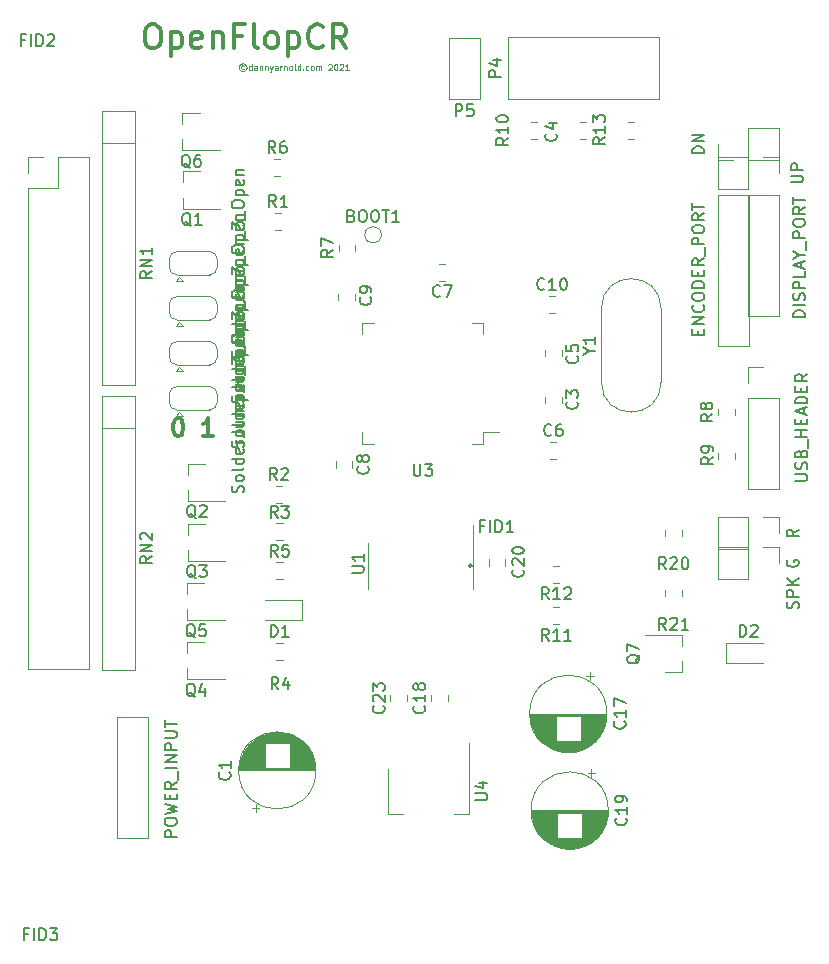
<source format=gbr>
%TF.GenerationSoftware,KiCad,Pcbnew,(5.1.9)-1*%
%TF.CreationDate,2021-08-09T15:54:16+01:00*%
%TF.ProjectId,OpenFlopsShort,4f70656e-466c-46f7-9073-53686f72742e,rev?*%
%TF.SameCoordinates,Original*%
%TF.FileFunction,Legend,Top*%
%TF.FilePolarity,Positive*%
%FSLAX46Y46*%
G04 Gerber Fmt 4.6, Leading zero omitted, Abs format (unit mm)*
G04 Created by KiCad (PCBNEW (5.1.9)-1) date 2021-08-09 15:54:16*
%MOMM*%
%LPD*%
G01*
G04 APERTURE LIST*
%ADD10C,0.150000*%
%ADD11C,0.300000*%
%ADD12C,0.125000*%
%ADD13C,0.120000*%
G04 APERTURE END LIST*
D10*
X144373600Y-101768185D02*
X144468838Y-101863423D01*
X144373600Y-101958661D01*
X144278361Y-101863423D01*
X144373600Y-101768185D01*
X144373600Y-101958661D01*
D11*
X122602571Y-90912071D02*
X121745428Y-90912071D01*
X122174000Y-90912071D02*
X122174000Y-89412071D01*
X122031142Y-89626357D01*
X121888285Y-89769214D01*
X121745428Y-89840642D01*
X119562571Y-89412071D02*
X119705428Y-89412071D01*
X119848285Y-89483500D01*
X119919714Y-89554928D01*
X119991142Y-89697785D01*
X120062571Y-89983500D01*
X120062571Y-90340642D01*
X119991142Y-90626357D01*
X119919714Y-90769214D01*
X119848285Y-90840642D01*
X119705428Y-90912071D01*
X119562571Y-90912071D01*
X119419714Y-90840642D01*
X119348285Y-90769214D01*
X119276857Y-90626357D01*
X119205428Y-90340642D01*
X119205428Y-89983500D01*
X119276857Y-89697785D01*
X119348285Y-89554928D01*
X119419714Y-89483500D01*
X119562571Y-89412071D01*
D12*
X125186809Y-59527618D02*
X125139190Y-59503808D01*
X125043952Y-59503808D01*
X124996333Y-59527618D01*
X124948714Y-59575237D01*
X124924904Y-59622856D01*
X124924904Y-59718094D01*
X124948714Y-59765713D01*
X124996333Y-59813332D01*
X125043952Y-59837141D01*
X125139190Y-59837141D01*
X125186809Y-59813332D01*
X125091571Y-59337141D02*
X124972523Y-59360951D01*
X124853476Y-59432380D01*
X124782047Y-59551427D01*
X124758238Y-59670475D01*
X124782047Y-59789522D01*
X124853476Y-59908570D01*
X124972523Y-59979999D01*
X125091571Y-60003808D01*
X125210619Y-59979999D01*
X125329666Y-59908570D01*
X125401095Y-59789522D01*
X125424904Y-59670475D01*
X125401095Y-59551427D01*
X125329666Y-59432380D01*
X125210619Y-59360951D01*
X125091571Y-59337141D01*
X125853476Y-59908570D02*
X125853476Y-59408570D01*
X125853476Y-59884760D02*
X125805857Y-59908570D01*
X125710619Y-59908570D01*
X125663000Y-59884760D01*
X125639190Y-59860951D01*
X125615380Y-59813332D01*
X125615380Y-59670475D01*
X125639190Y-59622856D01*
X125663000Y-59599046D01*
X125710619Y-59575237D01*
X125805857Y-59575237D01*
X125853476Y-59599046D01*
X126305857Y-59908570D02*
X126305857Y-59646665D01*
X126282047Y-59599046D01*
X126234428Y-59575237D01*
X126139190Y-59575237D01*
X126091571Y-59599046D01*
X126305857Y-59884760D02*
X126258238Y-59908570D01*
X126139190Y-59908570D01*
X126091571Y-59884760D01*
X126067761Y-59837141D01*
X126067761Y-59789522D01*
X126091571Y-59741903D01*
X126139190Y-59718094D01*
X126258238Y-59718094D01*
X126305857Y-59694284D01*
X126543952Y-59575237D02*
X126543952Y-59908570D01*
X126543952Y-59622856D02*
X126567761Y-59599046D01*
X126615380Y-59575237D01*
X126686809Y-59575237D01*
X126734428Y-59599046D01*
X126758238Y-59646665D01*
X126758238Y-59908570D01*
X126996333Y-59575237D02*
X126996333Y-59908570D01*
X126996333Y-59622856D02*
X127020142Y-59599046D01*
X127067761Y-59575237D01*
X127139190Y-59575237D01*
X127186809Y-59599046D01*
X127210619Y-59646665D01*
X127210619Y-59908570D01*
X127401095Y-59575237D02*
X127520142Y-59908570D01*
X127639190Y-59575237D02*
X127520142Y-59908570D01*
X127472523Y-60027618D01*
X127448714Y-60051427D01*
X127401095Y-60075237D01*
X128043952Y-59908570D02*
X128043952Y-59646665D01*
X128020142Y-59599046D01*
X127972523Y-59575237D01*
X127877285Y-59575237D01*
X127829666Y-59599046D01*
X128043952Y-59884760D02*
X127996333Y-59908570D01*
X127877285Y-59908570D01*
X127829666Y-59884760D01*
X127805857Y-59837141D01*
X127805857Y-59789522D01*
X127829666Y-59741903D01*
X127877285Y-59718094D01*
X127996333Y-59718094D01*
X128043952Y-59694284D01*
X128282047Y-59908570D02*
X128282047Y-59575237D01*
X128282047Y-59670475D02*
X128305857Y-59622856D01*
X128329666Y-59599046D01*
X128377285Y-59575237D01*
X128424904Y-59575237D01*
X128591571Y-59575237D02*
X128591571Y-59908570D01*
X128591571Y-59622856D02*
X128615380Y-59599046D01*
X128663000Y-59575237D01*
X128734428Y-59575237D01*
X128782047Y-59599046D01*
X128805857Y-59646665D01*
X128805857Y-59908570D01*
X129115380Y-59908570D02*
X129067761Y-59884760D01*
X129043952Y-59860951D01*
X129020142Y-59813332D01*
X129020142Y-59670475D01*
X129043952Y-59622856D01*
X129067761Y-59599046D01*
X129115380Y-59575237D01*
X129186809Y-59575237D01*
X129234428Y-59599046D01*
X129258238Y-59622856D01*
X129282047Y-59670475D01*
X129282047Y-59813332D01*
X129258238Y-59860951D01*
X129234428Y-59884760D01*
X129186809Y-59908570D01*
X129115380Y-59908570D01*
X129567761Y-59908570D02*
X129520142Y-59884760D01*
X129496333Y-59837141D01*
X129496333Y-59408570D01*
X129972523Y-59908570D02*
X129972523Y-59408570D01*
X129972523Y-59884760D02*
X129924904Y-59908570D01*
X129829666Y-59908570D01*
X129782047Y-59884760D01*
X129758238Y-59860951D01*
X129734428Y-59813332D01*
X129734428Y-59670475D01*
X129758238Y-59622856D01*
X129782047Y-59599046D01*
X129829666Y-59575237D01*
X129924904Y-59575237D01*
X129972523Y-59599046D01*
X130210619Y-59860951D02*
X130234428Y-59884760D01*
X130210619Y-59908570D01*
X130186809Y-59884760D01*
X130210619Y-59860951D01*
X130210619Y-59908570D01*
X130663000Y-59884760D02*
X130615380Y-59908570D01*
X130520142Y-59908570D01*
X130472523Y-59884760D01*
X130448714Y-59860951D01*
X130424904Y-59813332D01*
X130424904Y-59670475D01*
X130448714Y-59622856D01*
X130472523Y-59599046D01*
X130520142Y-59575237D01*
X130615380Y-59575237D01*
X130663000Y-59599046D01*
X130948714Y-59908570D02*
X130901095Y-59884760D01*
X130877285Y-59860951D01*
X130853476Y-59813332D01*
X130853476Y-59670475D01*
X130877285Y-59622856D01*
X130901095Y-59599046D01*
X130948714Y-59575237D01*
X131020142Y-59575237D01*
X131067761Y-59599046D01*
X131091571Y-59622856D01*
X131115380Y-59670475D01*
X131115380Y-59813332D01*
X131091571Y-59860951D01*
X131067761Y-59884760D01*
X131020142Y-59908570D01*
X130948714Y-59908570D01*
X131329666Y-59908570D02*
X131329666Y-59575237D01*
X131329666Y-59622856D02*
X131353476Y-59599046D01*
X131401095Y-59575237D01*
X131472523Y-59575237D01*
X131520142Y-59599046D01*
X131543952Y-59646665D01*
X131543952Y-59908570D01*
X131543952Y-59646665D02*
X131567761Y-59599046D01*
X131615380Y-59575237D01*
X131686809Y-59575237D01*
X131734428Y-59599046D01*
X131758238Y-59646665D01*
X131758238Y-59908570D01*
X132353476Y-59456189D02*
X132377285Y-59432380D01*
X132424904Y-59408570D01*
X132543952Y-59408570D01*
X132591571Y-59432380D01*
X132615380Y-59456189D01*
X132639190Y-59503808D01*
X132639190Y-59551427D01*
X132615380Y-59622856D01*
X132329666Y-59908570D01*
X132639190Y-59908570D01*
X132948714Y-59408570D02*
X132996333Y-59408570D01*
X133043952Y-59432380D01*
X133067761Y-59456189D01*
X133091571Y-59503808D01*
X133115380Y-59599046D01*
X133115380Y-59718094D01*
X133091571Y-59813332D01*
X133067761Y-59860951D01*
X133043952Y-59884760D01*
X132996333Y-59908570D01*
X132948714Y-59908570D01*
X132901095Y-59884760D01*
X132877285Y-59860951D01*
X132853476Y-59813332D01*
X132829666Y-59718094D01*
X132829666Y-59599046D01*
X132853476Y-59503808D01*
X132877285Y-59456189D01*
X132901095Y-59432380D01*
X132948714Y-59408570D01*
X133305857Y-59456189D02*
X133329666Y-59432380D01*
X133377285Y-59408570D01*
X133496333Y-59408570D01*
X133543952Y-59432380D01*
X133567761Y-59456189D01*
X133591571Y-59503808D01*
X133591571Y-59551427D01*
X133567761Y-59622856D01*
X133282047Y-59908570D01*
X133591571Y-59908570D01*
X134067761Y-59908570D02*
X133782047Y-59908570D01*
X133924904Y-59908570D02*
X133924904Y-59408570D01*
X133877285Y-59479999D01*
X133829666Y-59527618D01*
X133782047Y-59551427D01*
D11*
X117301380Y-56052221D02*
X117682333Y-56052221D01*
X117872809Y-56147460D01*
X118063285Y-56337936D01*
X118158523Y-56718888D01*
X118158523Y-57385555D01*
X118063285Y-57766507D01*
X117872809Y-57956983D01*
X117682333Y-58052221D01*
X117301380Y-58052221D01*
X117110904Y-57956983D01*
X116920428Y-57766507D01*
X116825190Y-57385555D01*
X116825190Y-56718888D01*
X116920428Y-56337936D01*
X117110904Y-56147460D01*
X117301380Y-56052221D01*
X119015666Y-56718888D02*
X119015666Y-58718888D01*
X119015666Y-56814126D02*
X119206142Y-56718888D01*
X119587095Y-56718888D01*
X119777571Y-56814126D01*
X119872809Y-56909364D01*
X119968047Y-57099840D01*
X119968047Y-57671269D01*
X119872809Y-57861745D01*
X119777571Y-57956983D01*
X119587095Y-58052221D01*
X119206142Y-58052221D01*
X119015666Y-57956983D01*
X121587095Y-57956983D02*
X121396619Y-58052221D01*
X121015666Y-58052221D01*
X120825190Y-57956983D01*
X120729952Y-57766507D01*
X120729952Y-57004602D01*
X120825190Y-56814126D01*
X121015666Y-56718888D01*
X121396619Y-56718888D01*
X121587095Y-56814126D01*
X121682333Y-57004602D01*
X121682333Y-57195079D01*
X120729952Y-57385555D01*
X122539476Y-56718888D02*
X122539476Y-58052221D01*
X122539476Y-56909364D02*
X122634714Y-56814126D01*
X122825190Y-56718888D01*
X123110904Y-56718888D01*
X123301380Y-56814126D01*
X123396619Y-57004602D01*
X123396619Y-58052221D01*
X125015666Y-57004602D02*
X124349000Y-57004602D01*
X124349000Y-58052221D02*
X124349000Y-56052221D01*
X125301380Y-56052221D01*
X126349000Y-58052221D02*
X126158523Y-57956983D01*
X126063285Y-57766507D01*
X126063285Y-56052221D01*
X127396619Y-58052221D02*
X127206142Y-57956983D01*
X127110904Y-57861745D01*
X127015666Y-57671269D01*
X127015666Y-57099840D01*
X127110904Y-56909364D01*
X127206142Y-56814126D01*
X127396619Y-56718888D01*
X127682333Y-56718888D01*
X127872809Y-56814126D01*
X127968047Y-56909364D01*
X128063285Y-57099840D01*
X128063285Y-57671269D01*
X127968047Y-57861745D01*
X127872809Y-57956983D01*
X127682333Y-58052221D01*
X127396619Y-58052221D01*
X128920428Y-56718888D02*
X128920428Y-58718888D01*
X128920428Y-56814126D02*
X129110904Y-56718888D01*
X129491857Y-56718888D01*
X129682333Y-56814126D01*
X129777571Y-56909364D01*
X129872809Y-57099840D01*
X129872809Y-57671269D01*
X129777571Y-57861745D01*
X129682333Y-57956983D01*
X129491857Y-58052221D01*
X129110904Y-58052221D01*
X128920428Y-57956983D01*
X131872809Y-57861745D02*
X131777571Y-57956983D01*
X131491857Y-58052221D01*
X131301380Y-58052221D01*
X131015666Y-57956983D01*
X130825190Y-57766507D01*
X130729952Y-57576031D01*
X130634714Y-57195079D01*
X130634714Y-56909364D01*
X130729952Y-56528412D01*
X130825190Y-56337936D01*
X131015666Y-56147460D01*
X131301380Y-56052221D01*
X131491857Y-56052221D01*
X131777571Y-56147460D01*
X131872809Y-56242698D01*
X133872809Y-58052221D02*
X133206142Y-57099840D01*
X132729952Y-58052221D02*
X132729952Y-56052221D01*
X133491857Y-56052221D01*
X133682333Y-56147460D01*
X133777571Y-56242698D01*
X133872809Y-56433174D01*
X133872809Y-56718888D01*
X133777571Y-56909364D01*
X133682333Y-57004602D01*
X133491857Y-57099840D01*
X132729952Y-57099840D01*
D13*
%TO.C,J1*%
X170494000Y-67313500D02*
X170494000Y-68643500D01*
X169164000Y-67313500D02*
X170494000Y-67313500D01*
X167894000Y-67313500D02*
X167894000Y-69973500D01*
X167894000Y-69973500D02*
X165294000Y-69973500D01*
X167894000Y-67313500D02*
X165294000Y-67313500D01*
X165294000Y-67313500D02*
X165294000Y-69973500D01*
%TO.C,J2*%
X165294000Y-67497000D02*
X165294000Y-66167000D01*
X166624000Y-67497000D02*
X165294000Y-67497000D01*
X167894000Y-67497000D02*
X167894000Y-64837000D01*
X167894000Y-64837000D02*
X170494000Y-64837000D01*
X167894000Y-67497000D02*
X170494000Y-67497000D01*
X170494000Y-67497000D02*
X170494000Y-64837000D01*
%TO.C,J4*%
X165294000Y-100333500D02*
X165294000Y-102993500D01*
X167894000Y-100333500D02*
X165294000Y-100333500D01*
X167894000Y-102993500D02*
X165294000Y-102993500D01*
X167894000Y-100333500D02*
X167894000Y-102993500D01*
X169164000Y-100333500D02*
X170494000Y-100333500D01*
X170494000Y-100333500D02*
X170494000Y-101663500D01*
%TO.C,J3*%
X165294000Y-97793500D02*
X165294000Y-100453500D01*
X167894000Y-97793500D02*
X165294000Y-97793500D01*
X167894000Y-100453500D02*
X165294000Y-100453500D01*
X167894000Y-97793500D02*
X167894000Y-100453500D01*
X169164000Y-97793500D02*
X170494000Y-97793500D01*
X170494000Y-97793500D02*
X170494000Y-99123500D01*
%TO.C,P6*%
X165294000Y-70488500D02*
X167954000Y-70488500D01*
X167954000Y-70488500D02*
X167954000Y-83308500D01*
X165294000Y-70488500D02*
X165294000Y-83308500D01*
X165294000Y-83308500D02*
X167954000Y-83308500D01*
%TO.C,P7*%
X167834000Y-80768500D02*
X170494000Y-80768500D01*
X167834000Y-70488500D02*
X167834000Y-80768500D01*
X170494000Y-70488500D02*
X170494000Y-80768500D01*
X167834000Y-70488500D02*
X170494000Y-70488500D01*
%TO.C,JP4*%
X119504000Y-86693500D02*
X122304000Y-86693500D01*
X122954000Y-87393500D02*
X122954000Y-87993500D01*
X122304000Y-88693500D02*
X119504000Y-88693500D01*
X118854000Y-87993500D02*
X118854000Y-87393500D01*
X119704000Y-88893500D02*
X119404000Y-89193500D01*
X119404000Y-89193500D02*
X120004000Y-89193500D01*
X119704000Y-88893500D02*
X120004000Y-89193500D01*
X118854000Y-87393500D02*
G75*
G02*
X119554000Y-86693500I700000J0D01*
G01*
X119554000Y-88693500D02*
G75*
G02*
X118854000Y-87993500I0J700000D01*
G01*
X122954000Y-87993500D02*
G75*
G02*
X122254000Y-88693500I-700000J0D01*
G01*
X122254000Y-86693500D02*
G75*
G02*
X122954000Y-87393500I0J-700000D01*
G01*
%TO.C,JP3*%
X119504000Y-82883500D02*
X122304000Y-82883500D01*
X122954000Y-83583500D02*
X122954000Y-84183500D01*
X122304000Y-84883500D02*
X119504000Y-84883500D01*
X118854000Y-84183500D02*
X118854000Y-83583500D01*
X119704000Y-85083500D02*
X119404000Y-85383500D01*
X119404000Y-85383500D02*
X120004000Y-85383500D01*
X119704000Y-85083500D02*
X120004000Y-85383500D01*
X118854000Y-83583500D02*
G75*
G02*
X119554000Y-82883500I700000J0D01*
G01*
X119554000Y-84883500D02*
G75*
G02*
X118854000Y-84183500I0J700000D01*
G01*
X122954000Y-84183500D02*
G75*
G02*
X122254000Y-84883500I-700000J0D01*
G01*
X122254000Y-82883500D02*
G75*
G02*
X122954000Y-83583500I0J-700000D01*
G01*
%TO.C,JP2*%
X119504000Y-79073500D02*
X122304000Y-79073500D01*
X122954000Y-79773500D02*
X122954000Y-80373500D01*
X122304000Y-81073500D02*
X119504000Y-81073500D01*
X118854000Y-80373500D02*
X118854000Y-79773500D01*
X119704000Y-81273500D02*
X119404000Y-81573500D01*
X119404000Y-81573500D02*
X120004000Y-81573500D01*
X119704000Y-81273500D02*
X120004000Y-81573500D01*
X118854000Y-79773500D02*
G75*
G02*
X119554000Y-79073500I700000J0D01*
G01*
X119554000Y-81073500D02*
G75*
G02*
X118854000Y-80373500I0J700000D01*
G01*
X122954000Y-80373500D02*
G75*
G02*
X122254000Y-81073500I-700000J0D01*
G01*
X122254000Y-79073500D02*
G75*
G02*
X122954000Y-79773500I0J-700000D01*
G01*
%TO.C,JP1*%
X119504000Y-75263500D02*
X122304000Y-75263500D01*
X122954000Y-75963500D02*
X122954000Y-76563500D01*
X122304000Y-77263500D02*
X119504000Y-77263500D01*
X118854000Y-76563500D02*
X118854000Y-75963500D01*
X119704000Y-77463500D02*
X119404000Y-77763500D01*
X119404000Y-77763500D02*
X120004000Y-77763500D01*
X119704000Y-77463500D02*
X120004000Y-77763500D01*
X118854000Y-75963500D02*
G75*
G02*
X119554000Y-75263500I700000J0D01*
G01*
X119554000Y-77263500D02*
G75*
G02*
X118854000Y-76563500I0J700000D01*
G01*
X122954000Y-76563500D02*
G75*
G02*
X122254000Y-77263500I-700000J0D01*
G01*
X122254000Y-75263500D02*
G75*
G02*
X122954000Y-75963500I0J-700000D01*
G01*
%TO.C,RN2*%
X115954000Y-90233500D02*
X113154000Y-90233500D01*
X115954000Y-110723500D02*
X115954000Y-87523500D01*
X113154000Y-110723500D02*
X115954000Y-110723500D01*
X113154000Y-87523500D02*
X113154000Y-110723500D01*
X115954000Y-87523500D02*
X113154000Y-87523500D01*
%TO.C,RN1*%
X115954000Y-66103500D02*
X113154000Y-66103500D01*
X115954000Y-86593500D02*
X115954000Y-63393500D01*
X113154000Y-86593500D02*
X115954000Y-86593500D01*
X113154000Y-63393500D02*
X113154000Y-86593500D01*
X115954000Y-63393500D02*
X113154000Y-63393500D01*
%TO.C,U3*%
X145445000Y-90583500D02*
X146785000Y-90583500D01*
X145445000Y-91533500D02*
X145445000Y-90583500D01*
X144495000Y-91533500D02*
X145445000Y-91533500D01*
X135225000Y-91533500D02*
X135225000Y-90583500D01*
X136175000Y-91533500D02*
X135225000Y-91533500D01*
X145445000Y-81313500D02*
X145445000Y-82263500D01*
X144495000Y-81313500D02*
X145445000Y-81313500D01*
X135225000Y-81313500D02*
X135225000Y-82263500D01*
X136175000Y-81313500D02*
X135225000Y-81313500D01*
%TO.C,P8*%
X167834000Y-85093500D02*
X169164000Y-85093500D01*
X167834000Y-86423500D02*
X167834000Y-85093500D01*
X167834000Y-87693500D02*
X170494000Y-87693500D01*
X170494000Y-87693500D02*
X170494000Y-95373500D01*
X167834000Y-87693500D02*
X167834000Y-95373500D01*
X167834000Y-95373500D02*
X170494000Y-95373500D01*
%TO.C,Y1*%
X160513000Y-86346500D02*
X160513000Y-80096500D01*
X155463000Y-86346500D02*
X155463000Y-80096500D01*
X160513000Y-80096500D02*
G75*
G03*
X155463000Y-80096500I-2525000J0D01*
G01*
X160513000Y-86346500D02*
G75*
G02*
X155463000Y-86346500I-2525000J0D01*
G01*
%TO.C,U4*%
X144253000Y-116867500D02*
X144253000Y-122877500D01*
X137433000Y-119117500D02*
X137433000Y-122877500D01*
X144253000Y-122877500D02*
X142993000Y-122877500D01*
X137433000Y-122877500D02*
X138693000Y-122877500D01*
%TO.C,U1*%
X144579500Y-101917500D02*
X144579500Y-98467500D01*
X144579500Y-101917500D02*
X144579500Y-103867500D01*
X135709500Y-101917500D02*
X135709500Y-99967500D01*
X135709500Y-101917500D02*
X135709500Y-103867500D01*
%TO.C,TP1*%
X136831300Y-73863200D02*
G75*
G03*
X136831300Y-73863200I-700000J0D01*
G01*
%TO.C,R6*%
X127754748Y-68845500D02*
X128277252Y-68845500D01*
X127754748Y-67425500D02*
X128277252Y-67425500D01*
%TO.C,R5*%
X127945248Y-103008500D02*
X128467752Y-103008500D01*
X127945248Y-101588500D02*
X128467752Y-101588500D01*
%TO.C,R4*%
X127945248Y-109866500D02*
X128467752Y-109866500D01*
X127945248Y-108446500D02*
X128467752Y-108446500D01*
%TO.C,R3*%
X127945248Y-99706500D02*
X128467752Y-99706500D01*
X127945248Y-98286500D02*
X128467752Y-98286500D01*
%TO.C,R2*%
X127881748Y-96531500D02*
X128404252Y-96531500D01*
X127881748Y-95111500D02*
X128404252Y-95111500D01*
%TO.C,R1*%
X127818248Y-73417500D02*
X128340752Y-73417500D01*
X127818248Y-71997500D02*
X128340752Y-71997500D01*
%TO.C,R21*%
X160834000Y-103942248D02*
X160834000Y-104464752D01*
X162254000Y-103942248D02*
X162254000Y-104464752D01*
%TO.C,R20*%
X162254000Y-99384752D02*
X162254000Y-98862248D01*
X160834000Y-99384752D02*
X160834000Y-98862248D01*
%TO.C,R13*%
X158228932Y-64306380D02*
X157706428Y-64306380D01*
X158228932Y-65726380D02*
X157706428Y-65726380D01*
%TO.C,R10*%
X149994252Y-64288600D02*
X149471748Y-64288600D01*
X149994252Y-65708600D02*
X149471748Y-65708600D01*
%TO.C,R7*%
X134631500Y-75229352D02*
X134631500Y-74706848D01*
X133211500Y-75229352D02*
X133211500Y-74706848D01*
%TO.C,R12*%
X151899252Y-101906000D02*
X151376748Y-101906000D01*
X151899252Y-103326000D02*
X151376748Y-103326000D01*
%TO.C,R11*%
X151899252Y-105398500D02*
X151376748Y-105398500D01*
X151899252Y-106818500D02*
X151376748Y-106818500D01*
%TO.C,R8*%
X166775200Y-89123152D02*
X166775200Y-88600648D01*
X165355200Y-89123152D02*
X165355200Y-88600648D01*
%TO.C,R9*%
X165360280Y-92359848D02*
X165360280Y-92882352D01*
X166780280Y-92359848D02*
X166780280Y-92882352D01*
%TO.C,Q7*%
X162304000Y-110863500D02*
X160844000Y-110863500D01*
X162304000Y-107703500D02*
X159144000Y-107703500D01*
X162304000Y-107703500D02*
X162304000Y-108633500D01*
X162304000Y-110863500D02*
X162304000Y-109933500D01*
%TO.C,Q6*%
X119991600Y-63558300D02*
X121451600Y-63558300D01*
X119991600Y-66718300D02*
X123151600Y-66718300D01*
X119991600Y-66718300D02*
X119991600Y-65788300D01*
X119991600Y-63558300D02*
X119991600Y-64488300D01*
%TO.C,Q5*%
X120398000Y-103322000D02*
X121858000Y-103322000D01*
X120398000Y-106482000D02*
X123558000Y-106482000D01*
X120398000Y-106482000D02*
X120398000Y-105552000D01*
X120398000Y-103322000D02*
X120398000Y-104252000D01*
%TO.C,Q4*%
X120398000Y-108338500D02*
X121858000Y-108338500D01*
X120398000Y-111498500D02*
X123558000Y-111498500D01*
X120398000Y-111498500D02*
X120398000Y-110568500D01*
X120398000Y-108338500D02*
X120398000Y-109268500D01*
%TO.C,Q3*%
X120461500Y-98305500D02*
X121921500Y-98305500D01*
X120461500Y-101465500D02*
X123621500Y-101465500D01*
X120461500Y-101465500D02*
X120461500Y-100535500D01*
X120461500Y-98305500D02*
X120461500Y-99235500D01*
%TO.C,Q2*%
X120461500Y-93225500D02*
X121921500Y-93225500D01*
X120461500Y-96385500D02*
X123621500Y-96385500D01*
X120461500Y-96385500D02*
X120461500Y-95455500D01*
X120461500Y-93225500D02*
X120461500Y-94155500D01*
%TO.C,Q1*%
X120042400Y-68485900D02*
X121502400Y-68485900D01*
X120042400Y-71645900D02*
X123202400Y-71645900D01*
X120042400Y-71645900D02*
X120042400Y-70715900D01*
X120042400Y-68485900D02*
X120042400Y-69415900D01*
%TO.C,P5*%
X145182900Y-62366200D02*
X142522900Y-62366200D01*
X142522900Y-62366200D02*
X142522900Y-57166200D01*
X145182900Y-62366200D02*
X145182900Y-57166200D01*
X145182900Y-57166200D02*
X142522900Y-57166200D01*
%TO.C,P4*%
X147514000Y-62353500D02*
X147514000Y-57153500D01*
X147514000Y-57153500D02*
X160334000Y-57153500D01*
X147514000Y-62353500D02*
X160334000Y-62353500D01*
X160334000Y-62353500D02*
X160334000Y-57153500D01*
%TO.C,P2*%
X117098120Y-124944180D02*
X114438120Y-124944180D01*
X114438120Y-124944180D02*
X114438120Y-114664180D01*
X117098120Y-124944180D02*
X117098120Y-114664180D01*
X117098120Y-114664180D02*
X114438120Y-114664180D01*
%TO.C,P1*%
X106874000Y-67313500D02*
X108204000Y-67313500D01*
X106874000Y-68643500D02*
X106874000Y-67313500D01*
X109474000Y-67313500D02*
X112074000Y-67313500D01*
X109474000Y-69913500D02*
X109474000Y-67313500D01*
X106874000Y-69913500D02*
X109474000Y-69913500D01*
X112074000Y-67313500D02*
X112074000Y-110613500D01*
X106874000Y-69913500D02*
X106874000Y-110613500D01*
X106874000Y-110613500D02*
X112074000Y-110613500D01*
%TO.C,D2*%
X166014000Y-108433500D02*
X169164000Y-108433500D01*
X166014000Y-110133500D02*
X169164000Y-110133500D01*
X166014000Y-108433500D02*
X166014000Y-110133500D01*
%TO.C,D1*%
X130106500Y-106450500D02*
X126956500Y-106450500D01*
X130106500Y-104750500D02*
X126956500Y-104750500D01*
X130106500Y-106450500D02*
X130106500Y-104750500D01*
%TO.C,C23*%
X139013000Y-113354752D02*
X139013000Y-112832248D01*
X137593000Y-113354752D02*
X137593000Y-112832248D01*
%TO.C,C20*%
X147331500Y-101861252D02*
X147331500Y-101338748D01*
X145911500Y-101861252D02*
X145911500Y-101338748D01*
%TO.C,C19*%
X154935000Y-119413259D02*
X154305000Y-119413259D01*
X154620000Y-119098259D02*
X154620000Y-119728259D01*
X153183000Y-125839500D02*
X152379000Y-125839500D01*
X153414000Y-125799500D02*
X152148000Y-125799500D01*
X153583000Y-125759500D02*
X151979000Y-125759500D01*
X153721000Y-125719500D02*
X151841000Y-125719500D01*
X153840000Y-125679500D02*
X151722000Y-125679500D01*
X153946000Y-125639500D02*
X151616000Y-125639500D01*
X154043000Y-125599500D02*
X151519000Y-125599500D01*
X154131000Y-125559500D02*
X151431000Y-125559500D01*
X154213000Y-125519500D02*
X151349000Y-125519500D01*
X154290000Y-125479500D02*
X151272000Y-125479500D01*
X154362000Y-125439500D02*
X151200000Y-125439500D01*
X154431000Y-125399500D02*
X151131000Y-125399500D01*
X154495000Y-125359500D02*
X151067000Y-125359500D01*
X154557000Y-125319500D02*
X151005000Y-125319500D01*
X154615000Y-125279500D02*
X150947000Y-125279500D01*
X154671000Y-125239500D02*
X150891000Y-125239500D01*
X154725000Y-125199500D02*
X150837000Y-125199500D01*
X154776000Y-125159500D02*
X150786000Y-125159500D01*
X154825000Y-125119500D02*
X150737000Y-125119500D01*
X154873000Y-125079500D02*
X150689000Y-125079500D01*
X154918000Y-125039500D02*
X150644000Y-125039500D01*
X154963000Y-124999500D02*
X150599000Y-124999500D01*
X155005000Y-124959500D02*
X150557000Y-124959500D01*
X155046000Y-124919500D02*
X150516000Y-124919500D01*
X151741000Y-124879500D02*
X150476000Y-124879500D01*
X155086000Y-124879500D02*
X153821000Y-124879500D01*
X151741000Y-124839500D02*
X150438000Y-124839500D01*
X155124000Y-124839500D02*
X153821000Y-124839500D01*
X151741000Y-124799500D02*
X150401000Y-124799500D01*
X155161000Y-124799500D02*
X153821000Y-124799500D01*
X151741000Y-124759500D02*
X150365000Y-124759500D01*
X155197000Y-124759500D02*
X153821000Y-124759500D01*
X151741000Y-124719500D02*
X150331000Y-124719500D01*
X155231000Y-124719500D02*
X153821000Y-124719500D01*
X151741000Y-124679500D02*
X150297000Y-124679500D01*
X155265000Y-124679500D02*
X153821000Y-124679500D01*
X151741000Y-124639500D02*
X150265000Y-124639500D01*
X155297000Y-124639500D02*
X153821000Y-124639500D01*
X151741000Y-124599500D02*
X150233000Y-124599500D01*
X155329000Y-124599500D02*
X153821000Y-124599500D01*
X151741000Y-124559500D02*
X150203000Y-124559500D01*
X155359000Y-124559500D02*
X153821000Y-124559500D01*
X151741000Y-124519500D02*
X150174000Y-124519500D01*
X155388000Y-124519500D02*
X153821000Y-124519500D01*
X151741000Y-124479500D02*
X150145000Y-124479500D01*
X155417000Y-124479500D02*
X153821000Y-124479500D01*
X151741000Y-124439500D02*
X150117000Y-124439500D01*
X155445000Y-124439500D02*
X153821000Y-124439500D01*
X151741000Y-124399500D02*
X150091000Y-124399500D01*
X155471000Y-124399500D02*
X153821000Y-124399500D01*
X151741000Y-124359500D02*
X150065000Y-124359500D01*
X155497000Y-124359500D02*
X153821000Y-124359500D01*
X151741000Y-124319500D02*
X150039000Y-124319500D01*
X155523000Y-124319500D02*
X153821000Y-124319500D01*
X151741000Y-124279500D02*
X150015000Y-124279500D01*
X155547000Y-124279500D02*
X153821000Y-124279500D01*
X151741000Y-124239500D02*
X149991000Y-124239500D01*
X155571000Y-124239500D02*
X153821000Y-124239500D01*
X151741000Y-124199500D02*
X149969000Y-124199500D01*
X155593000Y-124199500D02*
X153821000Y-124199500D01*
X151741000Y-124159500D02*
X149947000Y-124159500D01*
X155615000Y-124159500D02*
X153821000Y-124159500D01*
X151741000Y-124119500D02*
X149925000Y-124119500D01*
X155637000Y-124119500D02*
X153821000Y-124119500D01*
X151741000Y-124079500D02*
X149905000Y-124079500D01*
X155657000Y-124079500D02*
X153821000Y-124079500D01*
X151741000Y-124039500D02*
X149885000Y-124039500D01*
X155677000Y-124039500D02*
X153821000Y-124039500D01*
X151741000Y-123999500D02*
X149865000Y-123999500D01*
X155697000Y-123999500D02*
X153821000Y-123999500D01*
X151741000Y-123959500D02*
X149847000Y-123959500D01*
X155715000Y-123959500D02*
X153821000Y-123959500D01*
X151741000Y-123919500D02*
X149829000Y-123919500D01*
X155733000Y-123919500D02*
X153821000Y-123919500D01*
X151741000Y-123879500D02*
X149811000Y-123879500D01*
X155751000Y-123879500D02*
X153821000Y-123879500D01*
X151741000Y-123839500D02*
X149795000Y-123839500D01*
X155767000Y-123839500D02*
X153821000Y-123839500D01*
X151741000Y-123799500D02*
X149779000Y-123799500D01*
X155783000Y-123799500D02*
X153821000Y-123799500D01*
X151741000Y-123759500D02*
X149763000Y-123759500D01*
X155799000Y-123759500D02*
X153821000Y-123759500D01*
X151741000Y-123719500D02*
X149748000Y-123719500D01*
X155814000Y-123719500D02*
X153821000Y-123719500D01*
X151741000Y-123679500D02*
X149734000Y-123679500D01*
X155828000Y-123679500D02*
X153821000Y-123679500D01*
X151741000Y-123639500D02*
X149720000Y-123639500D01*
X155842000Y-123639500D02*
X153821000Y-123639500D01*
X151741000Y-123599500D02*
X149707000Y-123599500D01*
X155855000Y-123599500D02*
X153821000Y-123599500D01*
X151741000Y-123559500D02*
X149695000Y-123559500D01*
X155867000Y-123559500D02*
X153821000Y-123559500D01*
X151741000Y-123519500D02*
X149683000Y-123519500D01*
X155879000Y-123519500D02*
X153821000Y-123519500D01*
X151741000Y-123479500D02*
X149671000Y-123479500D01*
X155891000Y-123479500D02*
X153821000Y-123479500D01*
X151741000Y-123439500D02*
X149660000Y-123439500D01*
X155902000Y-123439500D02*
X153821000Y-123439500D01*
X151741000Y-123399500D02*
X149650000Y-123399500D01*
X155912000Y-123399500D02*
X153821000Y-123399500D01*
X151741000Y-123359500D02*
X149640000Y-123359500D01*
X155922000Y-123359500D02*
X153821000Y-123359500D01*
X151741000Y-123319500D02*
X149631000Y-123319500D01*
X155931000Y-123319500D02*
X153821000Y-123319500D01*
X151741000Y-123278500D02*
X149622000Y-123278500D01*
X155940000Y-123278500D02*
X153821000Y-123278500D01*
X151741000Y-123238500D02*
X149614000Y-123238500D01*
X155948000Y-123238500D02*
X153821000Y-123238500D01*
X151741000Y-123198500D02*
X149606000Y-123198500D01*
X155956000Y-123198500D02*
X153821000Y-123198500D01*
X151741000Y-123158500D02*
X149599000Y-123158500D01*
X155963000Y-123158500D02*
X153821000Y-123158500D01*
X151741000Y-123118500D02*
X149592000Y-123118500D01*
X155970000Y-123118500D02*
X153821000Y-123118500D01*
X151741000Y-123078500D02*
X149586000Y-123078500D01*
X155976000Y-123078500D02*
X153821000Y-123078500D01*
X151741000Y-123038500D02*
X149580000Y-123038500D01*
X155982000Y-123038500D02*
X153821000Y-123038500D01*
X151741000Y-122998500D02*
X149575000Y-122998500D01*
X155987000Y-122998500D02*
X153821000Y-122998500D01*
X151741000Y-122958500D02*
X149570000Y-122958500D01*
X155992000Y-122958500D02*
X153821000Y-122958500D01*
X151741000Y-122918500D02*
X149566000Y-122918500D01*
X155996000Y-122918500D02*
X153821000Y-122918500D01*
X151741000Y-122878500D02*
X149563000Y-122878500D01*
X155999000Y-122878500D02*
X153821000Y-122878500D01*
X151741000Y-122838500D02*
X149559000Y-122838500D01*
X156003000Y-122838500D02*
X153821000Y-122838500D01*
X156005000Y-122798500D02*
X149557000Y-122798500D01*
X156008000Y-122758500D02*
X149554000Y-122758500D01*
X156009000Y-122718500D02*
X149553000Y-122718500D01*
X156011000Y-122678500D02*
X149551000Y-122678500D01*
X156011000Y-122638500D02*
X149551000Y-122638500D01*
X156011000Y-122598500D02*
X149551000Y-122598500D01*
X156051000Y-122598500D02*
G75*
G03*
X156051000Y-122598500I-3270000J0D01*
G01*
%TO.C,C18*%
X142442000Y-113354752D02*
X142442000Y-112832248D01*
X141022000Y-113354752D02*
X141022000Y-112832248D01*
%TO.C,C17*%
X154808000Y-111221759D02*
X154178000Y-111221759D01*
X154493000Y-110906759D02*
X154493000Y-111536759D01*
X153056000Y-117648000D02*
X152252000Y-117648000D01*
X153287000Y-117608000D02*
X152021000Y-117608000D01*
X153456000Y-117568000D02*
X151852000Y-117568000D01*
X153594000Y-117528000D02*
X151714000Y-117528000D01*
X153713000Y-117488000D02*
X151595000Y-117488000D01*
X153819000Y-117448000D02*
X151489000Y-117448000D01*
X153916000Y-117408000D02*
X151392000Y-117408000D01*
X154004000Y-117368000D02*
X151304000Y-117368000D01*
X154086000Y-117328000D02*
X151222000Y-117328000D01*
X154163000Y-117288000D02*
X151145000Y-117288000D01*
X154235000Y-117248000D02*
X151073000Y-117248000D01*
X154304000Y-117208000D02*
X151004000Y-117208000D01*
X154368000Y-117168000D02*
X150940000Y-117168000D01*
X154430000Y-117128000D02*
X150878000Y-117128000D01*
X154488000Y-117088000D02*
X150820000Y-117088000D01*
X154544000Y-117048000D02*
X150764000Y-117048000D01*
X154598000Y-117008000D02*
X150710000Y-117008000D01*
X154649000Y-116968000D02*
X150659000Y-116968000D01*
X154698000Y-116928000D02*
X150610000Y-116928000D01*
X154746000Y-116888000D02*
X150562000Y-116888000D01*
X154791000Y-116848000D02*
X150517000Y-116848000D01*
X154836000Y-116808000D02*
X150472000Y-116808000D01*
X154878000Y-116768000D02*
X150430000Y-116768000D01*
X154919000Y-116728000D02*
X150389000Y-116728000D01*
X151614000Y-116688000D02*
X150349000Y-116688000D01*
X154959000Y-116688000D02*
X153694000Y-116688000D01*
X151614000Y-116648000D02*
X150311000Y-116648000D01*
X154997000Y-116648000D02*
X153694000Y-116648000D01*
X151614000Y-116608000D02*
X150274000Y-116608000D01*
X155034000Y-116608000D02*
X153694000Y-116608000D01*
X151614000Y-116568000D02*
X150238000Y-116568000D01*
X155070000Y-116568000D02*
X153694000Y-116568000D01*
X151614000Y-116528000D02*
X150204000Y-116528000D01*
X155104000Y-116528000D02*
X153694000Y-116528000D01*
X151614000Y-116488000D02*
X150170000Y-116488000D01*
X155138000Y-116488000D02*
X153694000Y-116488000D01*
X151614000Y-116448000D02*
X150138000Y-116448000D01*
X155170000Y-116448000D02*
X153694000Y-116448000D01*
X151614000Y-116408000D02*
X150106000Y-116408000D01*
X155202000Y-116408000D02*
X153694000Y-116408000D01*
X151614000Y-116368000D02*
X150076000Y-116368000D01*
X155232000Y-116368000D02*
X153694000Y-116368000D01*
X151614000Y-116328000D02*
X150047000Y-116328000D01*
X155261000Y-116328000D02*
X153694000Y-116328000D01*
X151614000Y-116288000D02*
X150018000Y-116288000D01*
X155290000Y-116288000D02*
X153694000Y-116288000D01*
X151614000Y-116248000D02*
X149990000Y-116248000D01*
X155318000Y-116248000D02*
X153694000Y-116248000D01*
X151614000Y-116208000D02*
X149964000Y-116208000D01*
X155344000Y-116208000D02*
X153694000Y-116208000D01*
X151614000Y-116168000D02*
X149938000Y-116168000D01*
X155370000Y-116168000D02*
X153694000Y-116168000D01*
X151614000Y-116128000D02*
X149912000Y-116128000D01*
X155396000Y-116128000D02*
X153694000Y-116128000D01*
X151614000Y-116088000D02*
X149888000Y-116088000D01*
X155420000Y-116088000D02*
X153694000Y-116088000D01*
X151614000Y-116048000D02*
X149864000Y-116048000D01*
X155444000Y-116048000D02*
X153694000Y-116048000D01*
X151614000Y-116008000D02*
X149842000Y-116008000D01*
X155466000Y-116008000D02*
X153694000Y-116008000D01*
X151614000Y-115968000D02*
X149820000Y-115968000D01*
X155488000Y-115968000D02*
X153694000Y-115968000D01*
X151614000Y-115928000D02*
X149798000Y-115928000D01*
X155510000Y-115928000D02*
X153694000Y-115928000D01*
X151614000Y-115888000D02*
X149778000Y-115888000D01*
X155530000Y-115888000D02*
X153694000Y-115888000D01*
X151614000Y-115848000D02*
X149758000Y-115848000D01*
X155550000Y-115848000D02*
X153694000Y-115848000D01*
X151614000Y-115808000D02*
X149738000Y-115808000D01*
X155570000Y-115808000D02*
X153694000Y-115808000D01*
X151614000Y-115768000D02*
X149720000Y-115768000D01*
X155588000Y-115768000D02*
X153694000Y-115768000D01*
X151614000Y-115728000D02*
X149702000Y-115728000D01*
X155606000Y-115728000D02*
X153694000Y-115728000D01*
X151614000Y-115688000D02*
X149684000Y-115688000D01*
X155624000Y-115688000D02*
X153694000Y-115688000D01*
X151614000Y-115648000D02*
X149668000Y-115648000D01*
X155640000Y-115648000D02*
X153694000Y-115648000D01*
X151614000Y-115608000D02*
X149652000Y-115608000D01*
X155656000Y-115608000D02*
X153694000Y-115608000D01*
X151614000Y-115568000D02*
X149636000Y-115568000D01*
X155672000Y-115568000D02*
X153694000Y-115568000D01*
X151614000Y-115528000D02*
X149621000Y-115528000D01*
X155687000Y-115528000D02*
X153694000Y-115528000D01*
X151614000Y-115488000D02*
X149607000Y-115488000D01*
X155701000Y-115488000D02*
X153694000Y-115488000D01*
X151614000Y-115448000D02*
X149593000Y-115448000D01*
X155715000Y-115448000D02*
X153694000Y-115448000D01*
X151614000Y-115408000D02*
X149580000Y-115408000D01*
X155728000Y-115408000D02*
X153694000Y-115408000D01*
X151614000Y-115368000D02*
X149568000Y-115368000D01*
X155740000Y-115368000D02*
X153694000Y-115368000D01*
X151614000Y-115328000D02*
X149556000Y-115328000D01*
X155752000Y-115328000D02*
X153694000Y-115328000D01*
X151614000Y-115288000D02*
X149544000Y-115288000D01*
X155764000Y-115288000D02*
X153694000Y-115288000D01*
X151614000Y-115248000D02*
X149533000Y-115248000D01*
X155775000Y-115248000D02*
X153694000Y-115248000D01*
X151614000Y-115208000D02*
X149523000Y-115208000D01*
X155785000Y-115208000D02*
X153694000Y-115208000D01*
X151614000Y-115168000D02*
X149513000Y-115168000D01*
X155795000Y-115168000D02*
X153694000Y-115168000D01*
X151614000Y-115128000D02*
X149504000Y-115128000D01*
X155804000Y-115128000D02*
X153694000Y-115128000D01*
X151614000Y-115087000D02*
X149495000Y-115087000D01*
X155813000Y-115087000D02*
X153694000Y-115087000D01*
X151614000Y-115047000D02*
X149487000Y-115047000D01*
X155821000Y-115047000D02*
X153694000Y-115047000D01*
X151614000Y-115007000D02*
X149479000Y-115007000D01*
X155829000Y-115007000D02*
X153694000Y-115007000D01*
X151614000Y-114967000D02*
X149472000Y-114967000D01*
X155836000Y-114967000D02*
X153694000Y-114967000D01*
X151614000Y-114927000D02*
X149465000Y-114927000D01*
X155843000Y-114927000D02*
X153694000Y-114927000D01*
X151614000Y-114887000D02*
X149459000Y-114887000D01*
X155849000Y-114887000D02*
X153694000Y-114887000D01*
X151614000Y-114847000D02*
X149453000Y-114847000D01*
X155855000Y-114847000D02*
X153694000Y-114847000D01*
X151614000Y-114807000D02*
X149448000Y-114807000D01*
X155860000Y-114807000D02*
X153694000Y-114807000D01*
X151614000Y-114767000D02*
X149443000Y-114767000D01*
X155865000Y-114767000D02*
X153694000Y-114767000D01*
X151614000Y-114727000D02*
X149439000Y-114727000D01*
X155869000Y-114727000D02*
X153694000Y-114727000D01*
X151614000Y-114687000D02*
X149436000Y-114687000D01*
X155872000Y-114687000D02*
X153694000Y-114687000D01*
X151614000Y-114647000D02*
X149432000Y-114647000D01*
X155876000Y-114647000D02*
X153694000Y-114647000D01*
X155878000Y-114607000D02*
X149430000Y-114607000D01*
X155881000Y-114567000D02*
X149427000Y-114567000D01*
X155882000Y-114527000D02*
X149426000Y-114527000D01*
X155884000Y-114487000D02*
X149424000Y-114487000D01*
X155884000Y-114447000D02*
X149424000Y-114447000D01*
X155884000Y-114407000D02*
X149424000Y-114407000D01*
X155924000Y-114407000D02*
G75*
G03*
X155924000Y-114407000I-3270000J0D01*
G01*
%TO.C,C10*%
X151026228Y-80443140D02*
X151548732Y-80443140D01*
X151026228Y-79023140D02*
X151548732Y-79023140D01*
%TO.C,C9*%
X134618800Y-79407652D02*
X134618800Y-78885148D01*
X133198800Y-79407652D02*
X133198800Y-78885148D01*
%TO.C,C8*%
X132957500Y-93045648D02*
X132957500Y-93568152D01*
X134377500Y-93045648D02*
X134377500Y-93568152D01*
%TO.C,C7*%
X142238252Y-76315500D02*
X141715748Y-76315500D01*
X142238252Y-77735500D02*
X141715748Y-77735500D01*
%TO.C,C6*%
X151127828Y-92802780D02*
X151650332Y-92802780D01*
X151127828Y-91382780D02*
X151650332Y-91382780D01*
%TO.C,C5*%
X152094000Y-84144752D02*
X152094000Y-83622248D01*
X150674000Y-84144752D02*
X150674000Y-83622248D01*
%TO.C,C4*%
X153611948Y-65721300D02*
X154134452Y-65721300D01*
X153611948Y-64301300D02*
X154134452Y-64301300D01*
%TO.C,C3*%
X150674000Y-87559248D02*
X150674000Y-88081752D01*
X152094000Y-87559248D02*
X152094000Y-88081752D01*
%TO.C,C1*%
X125862000Y-122394741D02*
X126492000Y-122394741D01*
X126177000Y-122709741D02*
X126177000Y-122079741D01*
X127614000Y-115968500D02*
X128418000Y-115968500D01*
X127383000Y-116008500D02*
X128649000Y-116008500D01*
X127214000Y-116048500D02*
X128818000Y-116048500D01*
X127076000Y-116088500D02*
X128956000Y-116088500D01*
X126957000Y-116128500D02*
X129075000Y-116128500D01*
X126851000Y-116168500D02*
X129181000Y-116168500D01*
X126754000Y-116208500D02*
X129278000Y-116208500D01*
X126666000Y-116248500D02*
X129366000Y-116248500D01*
X126584000Y-116288500D02*
X129448000Y-116288500D01*
X126507000Y-116328500D02*
X129525000Y-116328500D01*
X126435000Y-116368500D02*
X129597000Y-116368500D01*
X126366000Y-116408500D02*
X129666000Y-116408500D01*
X126302000Y-116448500D02*
X129730000Y-116448500D01*
X126240000Y-116488500D02*
X129792000Y-116488500D01*
X126182000Y-116528500D02*
X129850000Y-116528500D01*
X126126000Y-116568500D02*
X129906000Y-116568500D01*
X126072000Y-116608500D02*
X129960000Y-116608500D01*
X126021000Y-116648500D02*
X130011000Y-116648500D01*
X125972000Y-116688500D02*
X130060000Y-116688500D01*
X125924000Y-116728500D02*
X130108000Y-116728500D01*
X125879000Y-116768500D02*
X130153000Y-116768500D01*
X125834000Y-116808500D02*
X130198000Y-116808500D01*
X125792000Y-116848500D02*
X130240000Y-116848500D01*
X125751000Y-116888500D02*
X130281000Y-116888500D01*
X129056000Y-116928500D02*
X130321000Y-116928500D01*
X125711000Y-116928500D02*
X126976000Y-116928500D01*
X129056000Y-116968500D02*
X130359000Y-116968500D01*
X125673000Y-116968500D02*
X126976000Y-116968500D01*
X129056000Y-117008500D02*
X130396000Y-117008500D01*
X125636000Y-117008500D02*
X126976000Y-117008500D01*
X129056000Y-117048500D02*
X130432000Y-117048500D01*
X125600000Y-117048500D02*
X126976000Y-117048500D01*
X129056000Y-117088500D02*
X130466000Y-117088500D01*
X125566000Y-117088500D02*
X126976000Y-117088500D01*
X129056000Y-117128500D02*
X130500000Y-117128500D01*
X125532000Y-117128500D02*
X126976000Y-117128500D01*
X129056000Y-117168500D02*
X130532000Y-117168500D01*
X125500000Y-117168500D02*
X126976000Y-117168500D01*
X129056000Y-117208500D02*
X130564000Y-117208500D01*
X125468000Y-117208500D02*
X126976000Y-117208500D01*
X129056000Y-117248500D02*
X130594000Y-117248500D01*
X125438000Y-117248500D02*
X126976000Y-117248500D01*
X129056000Y-117288500D02*
X130623000Y-117288500D01*
X125409000Y-117288500D02*
X126976000Y-117288500D01*
X129056000Y-117328500D02*
X130652000Y-117328500D01*
X125380000Y-117328500D02*
X126976000Y-117328500D01*
X129056000Y-117368500D02*
X130680000Y-117368500D01*
X125352000Y-117368500D02*
X126976000Y-117368500D01*
X129056000Y-117408500D02*
X130706000Y-117408500D01*
X125326000Y-117408500D02*
X126976000Y-117408500D01*
X129056000Y-117448500D02*
X130732000Y-117448500D01*
X125300000Y-117448500D02*
X126976000Y-117448500D01*
X129056000Y-117488500D02*
X130758000Y-117488500D01*
X125274000Y-117488500D02*
X126976000Y-117488500D01*
X129056000Y-117528500D02*
X130782000Y-117528500D01*
X125250000Y-117528500D02*
X126976000Y-117528500D01*
X129056000Y-117568500D02*
X130806000Y-117568500D01*
X125226000Y-117568500D02*
X126976000Y-117568500D01*
X129056000Y-117608500D02*
X130828000Y-117608500D01*
X125204000Y-117608500D02*
X126976000Y-117608500D01*
X129056000Y-117648500D02*
X130850000Y-117648500D01*
X125182000Y-117648500D02*
X126976000Y-117648500D01*
X129056000Y-117688500D02*
X130872000Y-117688500D01*
X125160000Y-117688500D02*
X126976000Y-117688500D01*
X129056000Y-117728500D02*
X130892000Y-117728500D01*
X125140000Y-117728500D02*
X126976000Y-117728500D01*
X129056000Y-117768500D02*
X130912000Y-117768500D01*
X125120000Y-117768500D02*
X126976000Y-117768500D01*
X129056000Y-117808500D02*
X130932000Y-117808500D01*
X125100000Y-117808500D02*
X126976000Y-117808500D01*
X129056000Y-117848500D02*
X130950000Y-117848500D01*
X125082000Y-117848500D02*
X126976000Y-117848500D01*
X129056000Y-117888500D02*
X130968000Y-117888500D01*
X125064000Y-117888500D02*
X126976000Y-117888500D01*
X129056000Y-117928500D02*
X130986000Y-117928500D01*
X125046000Y-117928500D02*
X126976000Y-117928500D01*
X129056000Y-117968500D02*
X131002000Y-117968500D01*
X125030000Y-117968500D02*
X126976000Y-117968500D01*
X129056000Y-118008500D02*
X131018000Y-118008500D01*
X125014000Y-118008500D02*
X126976000Y-118008500D01*
X129056000Y-118048500D02*
X131034000Y-118048500D01*
X124998000Y-118048500D02*
X126976000Y-118048500D01*
X129056000Y-118088500D02*
X131049000Y-118088500D01*
X124983000Y-118088500D02*
X126976000Y-118088500D01*
X129056000Y-118128500D02*
X131063000Y-118128500D01*
X124969000Y-118128500D02*
X126976000Y-118128500D01*
X129056000Y-118168500D02*
X131077000Y-118168500D01*
X124955000Y-118168500D02*
X126976000Y-118168500D01*
X129056000Y-118208500D02*
X131090000Y-118208500D01*
X124942000Y-118208500D02*
X126976000Y-118208500D01*
X129056000Y-118248500D02*
X131102000Y-118248500D01*
X124930000Y-118248500D02*
X126976000Y-118248500D01*
X129056000Y-118288500D02*
X131114000Y-118288500D01*
X124918000Y-118288500D02*
X126976000Y-118288500D01*
X129056000Y-118328500D02*
X131126000Y-118328500D01*
X124906000Y-118328500D02*
X126976000Y-118328500D01*
X129056000Y-118368500D02*
X131137000Y-118368500D01*
X124895000Y-118368500D02*
X126976000Y-118368500D01*
X129056000Y-118408500D02*
X131147000Y-118408500D01*
X124885000Y-118408500D02*
X126976000Y-118408500D01*
X129056000Y-118448500D02*
X131157000Y-118448500D01*
X124875000Y-118448500D02*
X126976000Y-118448500D01*
X129056000Y-118488500D02*
X131166000Y-118488500D01*
X124866000Y-118488500D02*
X126976000Y-118488500D01*
X129056000Y-118529500D02*
X131175000Y-118529500D01*
X124857000Y-118529500D02*
X126976000Y-118529500D01*
X129056000Y-118569500D02*
X131183000Y-118569500D01*
X124849000Y-118569500D02*
X126976000Y-118569500D01*
X129056000Y-118609500D02*
X131191000Y-118609500D01*
X124841000Y-118609500D02*
X126976000Y-118609500D01*
X129056000Y-118649500D02*
X131198000Y-118649500D01*
X124834000Y-118649500D02*
X126976000Y-118649500D01*
X129056000Y-118689500D02*
X131205000Y-118689500D01*
X124827000Y-118689500D02*
X126976000Y-118689500D01*
X129056000Y-118729500D02*
X131211000Y-118729500D01*
X124821000Y-118729500D02*
X126976000Y-118729500D01*
X129056000Y-118769500D02*
X131217000Y-118769500D01*
X124815000Y-118769500D02*
X126976000Y-118769500D01*
X129056000Y-118809500D02*
X131222000Y-118809500D01*
X124810000Y-118809500D02*
X126976000Y-118809500D01*
X129056000Y-118849500D02*
X131227000Y-118849500D01*
X124805000Y-118849500D02*
X126976000Y-118849500D01*
X129056000Y-118889500D02*
X131231000Y-118889500D01*
X124801000Y-118889500D02*
X126976000Y-118889500D01*
X129056000Y-118929500D02*
X131234000Y-118929500D01*
X124798000Y-118929500D02*
X126976000Y-118929500D01*
X129056000Y-118969500D02*
X131238000Y-118969500D01*
X124794000Y-118969500D02*
X126976000Y-118969500D01*
X124792000Y-119009500D02*
X131240000Y-119009500D01*
X124789000Y-119049500D02*
X131243000Y-119049500D01*
X124788000Y-119089500D02*
X131244000Y-119089500D01*
X124786000Y-119129500D02*
X131246000Y-119129500D01*
X124786000Y-119169500D02*
X131246000Y-119169500D01*
X124786000Y-119209500D02*
X131246000Y-119209500D01*
X131286000Y-119209500D02*
G75*
G03*
X131286000Y-119209500I-3270000J0D01*
G01*
%TO.C,J1*%
D10*
X171511980Y-69429214D02*
X172321504Y-69429214D01*
X172416742Y-69381595D01*
X172464361Y-69333976D01*
X172511980Y-69238738D01*
X172511980Y-69048261D01*
X172464361Y-68953023D01*
X172416742Y-68905404D01*
X172321504Y-68857785D01*
X171511980Y-68857785D01*
X172511980Y-68381595D02*
X171511980Y-68381595D01*
X171511980Y-68000642D01*
X171559600Y-67905404D01*
X171607219Y-67857785D01*
X171702457Y-67810166D01*
X171845314Y-67810166D01*
X171940552Y-67857785D01*
X171988171Y-67905404D01*
X172035790Y-68000642D01*
X172035790Y-68381595D01*
%TO.C,J2*%
X164155380Y-66952714D02*
X163155380Y-66952714D01*
X163155380Y-66714619D01*
X163203000Y-66571761D01*
X163298238Y-66476523D01*
X163393476Y-66428904D01*
X163583952Y-66381285D01*
X163726809Y-66381285D01*
X163917285Y-66428904D01*
X164012523Y-66476523D01*
X164107761Y-66571761D01*
X164155380Y-66714619D01*
X164155380Y-66952714D01*
X164155380Y-65952714D02*
X163155380Y-65952714D01*
X164155380Y-65381285D01*
X163155380Y-65381285D01*
%TO.C,P9*%
X172108761Y-105489214D02*
X172156380Y-105346357D01*
X172156380Y-105108261D01*
X172108761Y-105013023D01*
X172061142Y-104965404D01*
X171965904Y-104917785D01*
X171870666Y-104917785D01*
X171775428Y-104965404D01*
X171727809Y-105013023D01*
X171680190Y-105108261D01*
X171632571Y-105298738D01*
X171584952Y-105393976D01*
X171537333Y-105441595D01*
X171442095Y-105489214D01*
X171346857Y-105489214D01*
X171251619Y-105441595D01*
X171204000Y-105393976D01*
X171156380Y-105298738D01*
X171156380Y-105060642D01*
X171204000Y-104917785D01*
X172156380Y-104489214D02*
X171156380Y-104489214D01*
X171156380Y-104108261D01*
X171204000Y-104013023D01*
X171251619Y-103965404D01*
X171346857Y-103917785D01*
X171489714Y-103917785D01*
X171584952Y-103965404D01*
X171632571Y-104013023D01*
X171680190Y-104108261D01*
X171680190Y-104489214D01*
X172156380Y-103489214D02*
X171156380Y-103489214D01*
X172156380Y-102917785D02*
X171584952Y-103346357D01*
X171156380Y-102917785D02*
X171727809Y-103489214D01*
%TO.C,J4*%
X171204000Y-101401595D02*
X171156380Y-101496833D01*
X171156380Y-101639690D01*
X171204000Y-101782547D01*
X171299238Y-101877785D01*
X171394476Y-101925404D01*
X171584952Y-101973023D01*
X171727809Y-101973023D01*
X171918285Y-101925404D01*
X172013523Y-101877785D01*
X172108761Y-101782547D01*
X172156380Y-101639690D01*
X172156380Y-101544452D01*
X172108761Y-101401595D01*
X172061142Y-101353976D01*
X171727809Y-101353976D01*
X171727809Y-101544452D01*
%TO.C,J3*%
X172156380Y-98813976D02*
X171680190Y-99147309D01*
X172156380Y-99385404D02*
X171156380Y-99385404D01*
X171156380Y-99004452D01*
X171204000Y-98909214D01*
X171251619Y-98861595D01*
X171346857Y-98813976D01*
X171489714Y-98813976D01*
X171584952Y-98861595D01*
X171632571Y-98909214D01*
X171680190Y-99004452D01*
X171680190Y-99385404D01*
%TO.C,P6*%
X163631571Y-82335000D02*
X163631571Y-82001666D01*
X164155380Y-81858809D02*
X164155380Y-82335000D01*
X163155380Y-82335000D01*
X163155380Y-81858809D01*
X164155380Y-81430238D02*
X163155380Y-81430238D01*
X164155380Y-80858809D01*
X163155380Y-80858809D01*
X164060142Y-79811190D02*
X164107761Y-79858809D01*
X164155380Y-80001666D01*
X164155380Y-80096904D01*
X164107761Y-80239761D01*
X164012523Y-80335000D01*
X163917285Y-80382619D01*
X163726809Y-80430238D01*
X163583952Y-80430238D01*
X163393476Y-80382619D01*
X163298238Y-80335000D01*
X163203000Y-80239761D01*
X163155380Y-80096904D01*
X163155380Y-80001666D01*
X163203000Y-79858809D01*
X163250619Y-79811190D01*
X163155380Y-79192142D02*
X163155380Y-79001666D01*
X163203000Y-78906428D01*
X163298238Y-78811190D01*
X163488714Y-78763571D01*
X163822047Y-78763571D01*
X164012523Y-78811190D01*
X164107761Y-78906428D01*
X164155380Y-79001666D01*
X164155380Y-79192142D01*
X164107761Y-79287380D01*
X164012523Y-79382619D01*
X163822047Y-79430238D01*
X163488714Y-79430238D01*
X163298238Y-79382619D01*
X163203000Y-79287380D01*
X163155380Y-79192142D01*
X164155380Y-78335000D02*
X163155380Y-78335000D01*
X163155380Y-78096904D01*
X163203000Y-77954047D01*
X163298238Y-77858809D01*
X163393476Y-77811190D01*
X163583952Y-77763571D01*
X163726809Y-77763571D01*
X163917285Y-77811190D01*
X164012523Y-77858809D01*
X164107761Y-77954047D01*
X164155380Y-78096904D01*
X164155380Y-78335000D01*
X163631571Y-77335000D02*
X163631571Y-77001666D01*
X164155380Y-76858809D02*
X164155380Y-77335000D01*
X163155380Y-77335000D01*
X163155380Y-76858809D01*
X164155380Y-75858809D02*
X163679190Y-76192142D01*
X164155380Y-76430238D02*
X163155380Y-76430238D01*
X163155380Y-76049285D01*
X163203000Y-75954047D01*
X163250619Y-75906428D01*
X163345857Y-75858809D01*
X163488714Y-75858809D01*
X163583952Y-75906428D01*
X163631571Y-75954047D01*
X163679190Y-76049285D01*
X163679190Y-76430238D01*
X164250619Y-75668333D02*
X164250619Y-74906428D01*
X164155380Y-74668333D02*
X163155380Y-74668333D01*
X163155380Y-74287380D01*
X163203000Y-74192142D01*
X163250619Y-74144523D01*
X163345857Y-74096904D01*
X163488714Y-74096904D01*
X163583952Y-74144523D01*
X163631571Y-74192142D01*
X163679190Y-74287380D01*
X163679190Y-74668333D01*
X163155380Y-73477857D02*
X163155380Y-73287380D01*
X163203000Y-73192142D01*
X163298238Y-73096904D01*
X163488714Y-73049285D01*
X163822047Y-73049285D01*
X164012523Y-73096904D01*
X164107761Y-73192142D01*
X164155380Y-73287380D01*
X164155380Y-73477857D01*
X164107761Y-73573095D01*
X164012523Y-73668333D01*
X163822047Y-73715952D01*
X163488714Y-73715952D01*
X163298238Y-73668333D01*
X163203000Y-73573095D01*
X163155380Y-73477857D01*
X164155380Y-72049285D02*
X163679190Y-72382619D01*
X164155380Y-72620714D02*
X163155380Y-72620714D01*
X163155380Y-72239761D01*
X163203000Y-72144523D01*
X163250619Y-72096904D01*
X163345857Y-72049285D01*
X163488714Y-72049285D01*
X163583952Y-72096904D01*
X163631571Y-72144523D01*
X163679190Y-72239761D01*
X163679190Y-72620714D01*
X163155380Y-71763571D02*
X163155380Y-71192142D01*
X164155380Y-71477857D02*
X163155380Y-71477857D01*
%TO.C,P7*%
X172689780Y-80830109D02*
X171689780Y-80830109D01*
X171689780Y-80592014D01*
X171737400Y-80449157D01*
X171832638Y-80353919D01*
X171927876Y-80306300D01*
X172118352Y-80258680D01*
X172261209Y-80258680D01*
X172451685Y-80306300D01*
X172546923Y-80353919D01*
X172642161Y-80449157D01*
X172689780Y-80592014D01*
X172689780Y-80830109D01*
X172689780Y-79830109D02*
X171689780Y-79830109D01*
X172642161Y-79401538D02*
X172689780Y-79258680D01*
X172689780Y-79020585D01*
X172642161Y-78925347D01*
X172594542Y-78877728D01*
X172499304Y-78830109D01*
X172404066Y-78830109D01*
X172308828Y-78877728D01*
X172261209Y-78925347D01*
X172213590Y-79020585D01*
X172165971Y-79211061D01*
X172118352Y-79306300D01*
X172070733Y-79353919D01*
X171975495Y-79401538D01*
X171880257Y-79401538D01*
X171785019Y-79353919D01*
X171737400Y-79306300D01*
X171689780Y-79211061D01*
X171689780Y-78972966D01*
X171737400Y-78830109D01*
X172689780Y-78401538D02*
X171689780Y-78401538D01*
X171689780Y-78020585D01*
X171737400Y-77925347D01*
X171785019Y-77877728D01*
X171880257Y-77830109D01*
X172023114Y-77830109D01*
X172118352Y-77877728D01*
X172165971Y-77925347D01*
X172213590Y-78020585D01*
X172213590Y-78401538D01*
X172689780Y-76925347D02*
X172689780Y-77401538D01*
X171689780Y-77401538D01*
X172404066Y-76639633D02*
X172404066Y-76163442D01*
X172689780Y-76734871D02*
X171689780Y-76401538D01*
X172689780Y-76068204D01*
X172213590Y-75544395D02*
X172689780Y-75544395D01*
X171689780Y-75877728D02*
X172213590Y-75544395D01*
X171689780Y-75211061D01*
X172785019Y-75115823D02*
X172785019Y-74353919D01*
X172689780Y-74115823D02*
X171689780Y-74115823D01*
X171689780Y-73734871D01*
X171737400Y-73639633D01*
X171785019Y-73592014D01*
X171880257Y-73544395D01*
X172023114Y-73544395D01*
X172118352Y-73592014D01*
X172165971Y-73639633D01*
X172213590Y-73734871D01*
X172213590Y-74115823D01*
X171689780Y-72925347D02*
X171689780Y-72734871D01*
X171737400Y-72639633D01*
X171832638Y-72544395D01*
X172023114Y-72496776D01*
X172356447Y-72496776D01*
X172546923Y-72544395D01*
X172642161Y-72639633D01*
X172689780Y-72734871D01*
X172689780Y-72925347D01*
X172642161Y-73020585D01*
X172546923Y-73115823D01*
X172356447Y-73163442D01*
X172023114Y-73163442D01*
X171832638Y-73115823D01*
X171737400Y-73020585D01*
X171689780Y-72925347D01*
X172689780Y-71496776D02*
X172213590Y-71830109D01*
X172689780Y-72068204D02*
X171689780Y-72068204D01*
X171689780Y-71687252D01*
X171737400Y-71592014D01*
X171785019Y-71544395D01*
X171880257Y-71496776D01*
X172023114Y-71496776D01*
X172118352Y-71544395D01*
X172165971Y-71592014D01*
X172213590Y-71687252D01*
X172213590Y-72068204D01*
X171689780Y-71211061D02*
X171689780Y-70639633D01*
X172689780Y-70925347D02*
X171689780Y-70925347D01*
%TO.C,JP4*%
X125118761Y-95669690D02*
X125166380Y-95526833D01*
X125166380Y-95288738D01*
X125118761Y-95193500D01*
X125071142Y-95145880D01*
X124975904Y-95098261D01*
X124880666Y-95098261D01*
X124785428Y-95145880D01*
X124737809Y-95193500D01*
X124690190Y-95288738D01*
X124642571Y-95479214D01*
X124594952Y-95574452D01*
X124547333Y-95622071D01*
X124452095Y-95669690D01*
X124356857Y-95669690D01*
X124261619Y-95622071D01*
X124214000Y-95574452D01*
X124166380Y-95479214D01*
X124166380Y-95241119D01*
X124214000Y-95098261D01*
X125166380Y-94526833D02*
X125118761Y-94622071D01*
X125071142Y-94669690D01*
X124975904Y-94717309D01*
X124690190Y-94717309D01*
X124594952Y-94669690D01*
X124547333Y-94622071D01*
X124499714Y-94526833D01*
X124499714Y-94383976D01*
X124547333Y-94288738D01*
X124594952Y-94241119D01*
X124690190Y-94193500D01*
X124975904Y-94193500D01*
X125071142Y-94241119D01*
X125118761Y-94288738D01*
X125166380Y-94383976D01*
X125166380Y-94526833D01*
X125166380Y-93622071D02*
X125118761Y-93717309D01*
X125023523Y-93764928D01*
X124166380Y-93764928D01*
X125166380Y-92812547D02*
X124166380Y-92812547D01*
X125118761Y-92812547D02*
X125166380Y-92907785D01*
X125166380Y-93098261D01*
X125118761Y-93193500D01*
X125071142Y-93241119D01*
X124975904Y-93288738D01*
X124690190Y-93288738D01*
X124594952Y-93241119D01*
X124547333Y-93193500D01*
X124499714Y-93098261D01*
X124499714Y-92907785D01*
X124547333Y-92812547D01*
X125118761Y-91955404D02*
X125166380Y-92050642D01*
X125166380Y-92241119D01*
X125118761Y-92336357D01*
X125023523Y-92383976D01*
X124642571Y-92383976D01*
X124547333Y-92336357D01*
X124499714Y-92241119D01*
X124499714Y-92050642D01*
X124547333Y-91955404D01*
X124642571Y-91907785D01*
X124737809Y-91907785D01*
X124833047Y-92383976D01*
X125166380Y-91479214D02*
X124499714Y-91479214D01*
X124690190Y-91479214D02*
X124594952Y-91431595D01*
X124547333Y-91383976D01*
X124499714Y-91288738D01*
X124499714Y-91193500D01*
X124166380Y-90574452D02*
X124880666Y-90574452D01*
X125023523Y-90622071D01*
X125118761Y-90717309D01*
X125166380Y-90860166D01*
X125166380Y-90955404D01*
X124499714Y-89669690D02*
X125166380Y-89669690D01*
X124499714Y-90098261D02*
X125023523Y-90098261D01*
X125118761Y-90050642D01*
X125166380Y-89955404D01*
X125166380Y-89812547D01*
X125118761Y-89717309D01*
X125071142Y-89669690D01*
X125166380Y-89193500D02*
X124499714Y-89193500D01*
X124594952Y-89193500D02*
X124547333Y-89145880D01*
X124499714Y-89050642D01*
X124499714Y-88907785D01*
X124547333Y-88812547D01*
X124642571Y-88764928D01*
X125166380Y-88764928D01*
X124642571Y-88764928D02*
X124547333Y-88717309D01*
X124499714Y-88622071D01*
X124499714Y-88479214D01*
X124547333Y-88383976D01*
X124642571Y-88336357D01*
X125166380Y-88336357D01*
X124499714Y-87860166D02*
X125499714Y-87860166D01*
X124547333Y-87860166D02*
X124499714Y-87764928D01*
X124499714Y-87574452D01*
X124547333Y-87479214D01*
X124594952Y-87431595D01*
X124690190Y-87383976D01*
X124975904Y-87383976D01*
X125071142Y-87431595D01*
X125118761Y-87479214D01*
X125166380Y-87574452D01*
X125166380Y-87764928D01*
X125118761Y-87860166D01*
X125118761Y-86574452D02*
X125166380Y-86669690D01*
X125166380Y-86860166D01*
X125118761Y-86955404D01*
X125023523Y-87003023D01*
X124642571Y-87003023D01*
X124547333Y-86955404D01*
X124499714Y-86860166D01*
X124499714Y-86669690D01*
X124547333Y-86574452D01*
X124642571Y-86526833D01*
X124737809Y-86526833D01*
X124833047Y-87003023D01*
X125166380Y-86098261D02*
X124499714Y-86098261D01*
X124690190Y-86098261D02*
X124594952Y-86050642D01*
X124547333Y-86003023D01*
X124499714Y-85907785D01*
X124499714Y-85812547D01*
X125261619Y-85717309D02*
X125261619Y-84955404D01*
X124166380Y-84812547D02*
X124166380Y-84193500D01*
X124547333Y-84526833D01*
X124547333Y-84383976D01*
X124594952Y-84288738D01*
X124642571Y-84241119D01*
X124737809Y-84193500D01*
X124975904Y-84193500D01*
X125071142Y-84241119D01*
X125118761Y-84288738D01*
X125166380Y-84383976D01*
X125166380Y-84669690D01*
X125118761Y-84764928D01*
X125071142Y-84812547D01*
X125261619Y-84003023D02*
X125261619Y-83241119D01*
X124166380Y-82812547D02*
X124166380Y-82622071D01*
X124214000Y-82526833D01*
X124309238Y-82431595D01*
X124499714Y-82383976D01*
X124833047Y-82383976D01*
X125023523Y-82431595D01*
X125118761Y-82526833D01*
X125166380Y-82622071D01*
X125166380Y-82812547D01*
X125118761Y-82907785D01*
X125023523Y-83003023D01*
X124833047Y-83050642D01*
X124499714Y-83050642D01*
X124309238Y-83003023D01*
X124214000Y-82907785D01*
X124166380Y-82812547D01*
X124499714Y-81955404D02*
X125499714Y-81955404D01*
X124547333Y-81955404D02*
X124499714Y-81860166D01*
X124499714Y-81669690D01*
X124547333Y-81574452D01*
X124594952Y-81526833D01*
X124690190Y-81479214D01*
X124975904Y-81479214D01*
X125071142Y-81526833D01*
X125118761Y-81574452D01*
X125166380Y-81669690D01*
X125166380Y-81860166D01*
X125118761Y-81955404D01*
X125118761Y-80669690D02*
X125166380Y-80764928D01*
X125166380Y-80955404D01*
X125118761Y-81050642D01*
X125023523Y-81098261D01*
X124642571Y-81098261D01*
X124547333Y-81050642D01*
X124499714Y-80955404D01*
X124499714Y-80764928D01*
X124547333Y-80669690D01*
X124642571Y-80622071D01*
X124737809Y-80622071D01*
X124833047Y-81098261D01*
X124499714Y-80193500D02*
X125166380Y-80193500D01*
X124594952Y-80193500D02*
X124547333Y-80145880D01*
X124499714Y-80050642D01*
X124499714Y-79907785D01*
X124547333Y-79812547D01*
X124642571Y-79764928D01*
X125166380Y-79764928D01*
%TO.C,JP3*%
X125118761Y-91859690D02*
X125166380Y-91716833D01*
X125166380Y-91478738D01*
X125118761Y-91383500D01*
X125071142Y-91335880D01*
X124975904Y-91288261D01*
X124880666Y-91288261D01*
X124785428Y-91335880D01*
X124737809Y-91383500D01*
X124690190Y-91478738D01*
X124642571Y-91669214D01*
X124594952Y-91764452D01*
X124547333Y-91812071D01*
X124452095Y-91859690D01*
X124356857Y-91859690D01*
X124261619Y-91812071D01*
X124214000Y-91764452D01*
X124166380Y-91669214D01*
X124166380Y-91431119D01*
X124214000Y-91288261D01*
X125166380Y-90716833D02*
X125118761Y-90812071D01*
X125071142Y-90859690D01*
X124975904Y-90907309D01*
X124690190Y-90907309D01*
X124594952Y-90859690D01*
X124547333Y-90812071D01*
X124499714Y-90716833D01*
X124499714Y-90573976D01*
X124547333Y-90478738D01*
X124594952Y-90431119D01*
X124690190Y-90383500D01*
X124975904Y-90383500D01*
X125071142Y-90431119D01*
X125118761Y-90478738D01*
X125166380Y-90573976D01*
X125166380Y-90716833D01*
X125166380Y-89812071D02*
X125118761Y-89907309D01*
X125023523Y-89954928D01*
X124166380Y-89954928D01*
X125166380Y-89002547D02*
X124166380Y-89002547D01*
X125118761Y-89002547D02*
X125166380Y-89097785D01*
X125166380Y-89288261D01*
X125118761Y-89383500D01*
X125071142Y-89431119D01*
X124975904Y-89478738D01*
X124690190Y-89478738D01*
X124594952Y-89431119D01*
X124547333Y-89383500D01*
X124499714Y-89288261D01*
X124499714Y-89097785D01*
X124547333Y-89002547D01*
X125118761Y-88145404D02*
X125166380Y-88240642D01*
X125166380Y-88431119D01*
X125118761Y-88526357D01*
X125023523Y-88573976D01*
X124642571Y-88573976D01*
X124547333Y-88526357D01*
X124499714Y-88431119D01*
X124499714Y-88240642D01*
X124547333Y-88145404D01*
X124642571Y-88097785D01*
X124737809Y-88097785D01*
X124833047Y-88573976D01*
X125166380Y-87669214D02*
X124499714Y-87669214D01*
X124690190Y-87669214D02*
X124594952Y-87621595D01*
X124547333Y-87573976D01*
X124499714Y-87478738D01*
X124499714Y-87383500D01*
X124166380Y-86764452D02*
X124880666Y-86764452D01*
X125023523Y-86812071D01*
X125118761Y-86907309D01*
X125166380Y-87050166D01*
X125166380Y-87145404D01*
X124499714Y-85859690D02*
X125166380Y-85859690D01*
X124499714Y-86288261D02*
X125023523Y-86288261D01*
X125118761Y-86240642D01*
X125166380Y-86145404D01*
X125166380Y-86002547D01*
X125118761Y-85907309D01*
X125071142Y-85859690D01*
X125166380Y-85383500D02*
X124499714Y-85383500D01*
X124594952Y-85383500D02*
X124547333Y-85335880D01*
X124499714Y-85240642D01*
X124499714Y-85097785D01*
X124547333Y-85002547D01*
X124642571Y-84954928D01*
X125166380Y-84954928D01*
X124642571Y-84954928D02*
X124547333Y-84907309D01*
X124499714Y-84812071D01*
X124499714Y-84669214D01*
X124547333Y-84573976D01*
X124642571Y-84526357D01*
X125166380Y-84526357D01*
X124499714Y-84050166D02*
X125499714Y-84050166D01*
X124547333Y-84050166D02*
X124499714Y-83954928D01*
X124499714Y-83764452D01*
X124547333Y-83669214D01*
X124594952Y-83621595D01*
X124690190Y-83573976D01*
X124975904Y-83573976D01*
X125071142Y-83621595D01*
X125118761Y-83669214D01*
X125166380Y-83764452D01*
X125166380Y-83954928D01*
X125118761Y-84050166D01*
X125118761Y-82764452D02*
X125166380Y-82859690D01*
X125166380Y-83050166D01*
X125118761Y-83145404D01*
X125023523Y-83193023D01*
X124642571Y-83193023D01*
X124547333Y-83145404D01*
X124499714Y-83050166D01*
X124499714Y-82859690D01*
X124547333Y-82764452D01*
X124642571Y-82716833D01*
X124737809Y-82716833D01*
X124833047Y-83193023D01*
X125166380Y-82288261D02*
X124499714Y-82288261D01*
X124690190Y-82288261D02*
X124594952Y-82240642D01*
X124547333Y-82193023D01*
X124499714Y-82097785D01*
X124499714Y-82002547D01*
X125261619Y-81907309D02*
X125261619Y-81145404D01*
X124166380Y-81002547D02*
X124166380Y-80383500D01*
X124547333Y-80716833D01*
X124547333Y-80573976D01*
X124594952Y-80478738D01*
X124642571Y-80431119D01*
X124737809Y-80383500D01*
X124975904Y-80383500D01*
X125071142Y-80431119D01*
X125118761Y-80478738D01*
X125166380Y-80573976D01*
X125166380Y-80859690D01*
X125118761Y-80954928D01*
X125071142Y-81002547D01*
X125261619Y-80193023D02*
X125261619Y-79431119D01*
X124166380Y-79002547D02*
X124166380Y-78812071D01*
X124214000Y-78716833D01*
X124309238Y-78621595D01*
X124499714Y-78573976D01*
X124833047Y-78573976D01*
X125023523Y-78621595D01*
X125118761Y-78716833D01*
X125166380Y-78812071D01*
X125166380Y-79002547D01*
X125118761Y-79097785D01*
X125023523Y-79193023D01*
X124833047Y-79240642D01*
X124499714Y-79240642D01*
X124309238Y-79193023D01*
X124214000Y-79097785D01*
X124166380Y-79002547D01*
X124499714Y-78145404D02*
X125499714Y-78145404D01*
X124547333Y-78145404D02*
X124499714Y-78050166D01*
X124499714Y-77859690D01*
X124547333Y-77764452D01*
X124594952Y-77716833D01*
X124690190Y-77669214D01*
X124975904Y-77669214D01*
X125071142Y-77716833D01*
X125118761Y-77764452D01*
X125166380Y-77859690D01*
X125166380Y-78050166D01*
X125118761Y-78145404D01*
X125118761Y-76859690D02*
X125166380Y-76954928D01*
X125166380Y-77145404D01*
X125118761Y-77240642D01*
X125023523Y-77288261D01*
X124642571Y-77288261D01*
X124547333Y-77240642D01*
X124499714Y-77145404D01*
X124499714Y-76954928D01*
X124547333Y-76859690D01*
X124642571Y-76812071D01*
X124737809Y-76812071D01*
X124833047Y-77288261D01*
X124499714Y-76383500D02*
X125166380Y-76383500D01*
X124594952Y-76383500D02*
X124547333Y-76335880D01*
X124499714Y-76240642D01*
X124499714Y-76097785D01*
X124547333Y-76002547D01*
X124642571Y-75954928D01*
X125166380Y-75954928D01*
%TO.C,JP2*%
X125118761Y-88049690D02*
X125166380Y-87906833D01*
X125166380Y-87668738D01*
X125118761Y-87573500D01*
X125071142Y-87525880D01*
X124975904Y-87478261D01*
X124880666Y-87478261D01*
X124785428Y-87525880D01*
X124737809Y-87573500D01*
X124690190Y-87668738D01*
X124642571Y-87859214D01*
X124594952Y-87954452D01*
X124547333Y-88002071D01*
X124452095Y-88049690D01*
X124356857Y-88049690D01*
X124261619Y-88002071D01*
X124214000Y-87954452D01*
X124166380Y-87859214D01*
X124166380Y-87621119D01*
X124214000Y-87478261D01*
X125166380Y-86906833D02*
X125118761Y-87002071D01*
X125071142Y-87049690D01*
X124975904Y-87097309D01*
X124690190Y-87097309D01*
X124594952Y-87049690D01*
X124547333Y-87002071D01*
X124499714Y-86906833D01*
X124499714Y-86763976D01*
X124547333Y-86668738D01*
X124594952Y-86621119D01*
X124690190Y-86573500D01*
X124975904Y-86573500D01*
X125071142Y-86621119D01*
X125118761Y-86668738D01*
X125166380Y-86763976D01*
X125166380Y-86906833D01*
X125166380Y-86002071D02*
X125118761Y-86097309D01*
X125023523Y-86144928D01*
X124166380Y-86144928D01*
X125166380Y-85192547D02*
X124166380Y-85192547D01*
X125118761Y-85192547D02*
X125166380Y-85287785D01*
X125166380Y-85478261D01*
X125118761Y-85573500D01*
X125071142Y-85621119D01*
X124975904Y-85668738D01*
X124690190Y-85668738D01*
X124594952Y-85621119D01*
X124547333Y-85573500D01*
X124499714Y-85478261D01*
X124499714Y-85287785D01*
X124547333Y-85192547D01*
X125118761Y-84335404D02*
X125166380Y-84430642D01*
X125166380Y-84621119D01*
X125118761Y-84716357D01*
X125023523Y-84763976D01*
X124642571Y-84763976D01*
X124547333Y-84716357D01*
X124499714Y-84621119D01*
X124499714Y-84430642D01*
X124547333Y-84335404D01*
X124642571Y-84287785D01*
X124737809Y-84287785D01*
X124833047Y-84763976D01*
X125166380Y-83859214D02*
X124499714Y-83859214D01*
X124690190Y-83859214D02*
X124594952Y-83811595D01*
X124547333Y-83763976D01*
X124499714Y-83668738D01*
X124499714Y-83573500D01*
X124166380Y-82954452D02*
X124880666Y-82954452D01*
X125023523Y-83002071D01*
X125118761Y-83097309D01*
X125166380Y-83240166D01*
X125166380Y-83335404D01*
X124499714Y-82049690D02*
X125166380Y-82049690D01*
X124499714Y-82478261D02*
X125023523Y-82478261D01*
X125118761Y-82430642D01*
X125166380Y-82335404D01*
X125166380Y-82192547D01*
X125118761Y-82097309D01*
X125071142Y-82049690D01*
X125166380Y-81573500D02*
X124499714Y-81573500D01*
X124594952Y-81573500D02*
X124547333Y-81525880D01*
X124499714Y-81430642D01*
X124499714Y-81287785D01*
X124547333Y-81192547D01*
X124642571Y-81144928D01*
X125166380Y-81144928D01*
X124642571Y-81144928D02*
X124547333Y-81097309D01*
X124499714Y-81002071D01*
X124499714Y-80859214D01*
X124547333Y-80763976D01*
X124642571Y-80716357D01*
X125166380Y-80716357D01*
X124499714Y-80240166D02*
X125499714Y-80240166D01*
X124547333Y-80240166D02*
X124499714Y-80144928D01*
X124499714Y-79954452D01*
X124547333Y-79859214D01*
X124594952Y-79811595D01*
X124690190Y-79763976D01*
X124975904Y-79763976D01*
X125071142Y-79811595D01*
X125118761Y-79859214D01*
X125166380Y-79954452D01*
X125166380Y-80144928D01*
X125118761Y-80240166D01*
X125118761Y-78954452D02*
X125166380Y-79049690D01*
X125166380Y-79240166D01*
X125118761Y-79335404D01*
X125023523Y-79383023D01*
X124642571Y-79383023D01*
X124547333Y-79335404D01*
X124499714Y-79240166D01*
X124499714Y-79049690D01*
X124547333Y-78954452D01*
X124642571Y-78906833D01*
X124737809Y-78906833D01*
X124833047Y-79383023D01*
X125166380Y-78478261D02*
X124499714Y-78478261D01*
X124690190Y-78478261D02*
X124594952Y-78430642D01*
X124547333Y-78383023D01*
X124499714Y-78287785D01*
X124499714Y-78192547D01*
X125261619Y-78097309D02*
X125261619Y-77335404D01*
X124166380Y-77192547D02*
X124166380Y-76573500D01*
X124547333Y-76906833D01*
X124547333Y-76763976D01*
X124594952Y-76668738D01*
X124642571Y-76621119D01*
X124737809Y-76573500D01*
X124975904Y-76573500D01*
X125071142Y-76621119D01*
X125118761Y-76668738D01*
X125166380Y-76763976D01*
X125166380Y-77049690D01*
X125118761Y-77144928D01*
X125071142Y-77192547D01*
X125261619Y-76383023D02*
X125261619Y-75621119D01*
X124166380Y-75192547D02*
X124166380Y-75002071D01*
X124214000Y-74906833D01*
X124309238Y-74811595D01*
X124499714Y-74763976D01*
X124833047Y-74763976D01*
X125023523Y-74811595D01*
X125118761Y-74906833D01*
X125166380Y-75002071D01*
X125166380Y-75192547D01*
X125118761Y-75287785D01*
X125023523Y-75383023D01*
X124833047Y-75430642D01*
X124499714Y-75430642D01*
X124309238Y-75383023D01*
X124214000Y-75287785D01*
X124166380Y-75192547D01*
X124499714Y-74335404D02*
X125499714Y-74335404D01*
X124547333Y-74335404D02*
X124499714Y-74240166D01*
X124499714Y-74049690D01*
X124547333Y-73954452D01*
X124594952Y-73906833D01*
X124690190Y-73859214D01*
X124975904Y-73859214D01*
X125071142Y-73906833D01*
X125118761Y-73954452D01*
X125166380Y-74049690D01*
X125166380Y-74240166D01*
X125118761Y-74335404D01*
X125118761Y-73049690D02*
X125166380Y-73144928D01*
X125166380Y-73335404D01*
X125118761Y-73430642D01*
X125023523Y-73478261D01*
X124642571Y-73478261D01*
X124547333Y-73430642D01*
X124499714Y-73335404D01*
X124499714Y-73144928D01*
X124547333Y-73049690D01*
X124642571Y-73002071D01*
X124737809Y-73002071D01*
X124833047Y-73478261D01*
X124499714Y-72573500D02*
X125166380Y-72573500D01*
X124594952Y-72573500D02*
X124547333Y-72525880D01*
X124499714Y-72430642D01*
X124499714Y-72287785D01*
X124547333Y-72192547D01*
X124642571Y-72144928D01*
X125166380Y-72144928D01*
%TO.C,JP1*%
X125118761Y-84239690D02*
X125166380Y-84096833D01*
X125166380Y-83858738D01*
X125118761Y-83763500D01*
X125071142Y-83715880D01*
X124975904Y-83668261D01*
X124880666Y-83668261D01*
X124785428Y-83715880D01*
X124737809Y-83763500D01*
X124690190Y-83858738D01*
X124642571Y-84049214D01*
X124594952Y-84144452D01*
X124547333Y-84192071D01*
X124452095Y-84239690D01*
X124356857Y-84239690D01*
X124261619Y-84192071D01*
X124214000Y-84144452D01*
X124166380Y-84049214D01*
X124166380Y-83811119D01*
X124214000Y-83668261D01*
X125166380Y-83096833D02*
X125118761Y-83192071D01*
X125071142Y-83239690D01*
X124975904Y-83287309D01*
X124690190Y-83287309D01*
X124594952Y-83239690D01*
X124547333Y-83192071D01*
X124499714Y-83096833D01*
X124499714Y-82953976D01*
X124547333Y-82858738D01*
X124594952Y-82811119D01*
X124690190Y-82763500D01*
X124975904Y-82763500D01*
X125071142Y-82811119D01*
X125118761Y-82858738D01*
X125166380Y-82953976D01*
X125166380Y-83096833D01*
X125166380Y-82192071D02*
X125118761Y-82287309D01*
X125023523Y-82334928D01*
X124166380Y-82334928D01*
X125166380Y-81382547D02*
X124166380Y-81382547D01*
X125118761Y-81382547D02*
X125166380Y-81477785D01*
X125166380Y-81668261D01*
X125118761Y-81763500D01*
X125071142Y-81811119D01*
X124975904Y-81858738D01*
X124690190Y-81858738D01*
X124594952Y-81811119D01*
X124547333Y-81763500D01*
X124499714Y-81668261D01*
X124499714Y-81477785D01*
X124547333Y-81382547D01*
X125118761Y-80525404D02*
X125166380Y-80620642D01*
X125166380Y-80811119D01*
X125118761Y-80906357D01*
X125023523Y-80953976D01*
X124642571Y-80953976D01*
X124547333Y-80906357D01*
X124499714Y-80811119D01*
X124499714Y-80620642D01*
X124547333Y-80525404D01*
X124642571Y-80477785D01*
X124737809Y-80477785D01*
X124833047Y-80953976D01*
X125166380Y-80049214D02*
X124499714Y-80049214D01*
X124690190Y-80049214D02*
X124594952Y-80001595D01*
X124547333Y-79953976D01*
X124499714Y-79858738D01*
X124499714Y-79763500D01*
X124166380Y-79144452D02*
X124880666Y-79144452D01*
X125023523Y-79192071D01*
X125118761Y-79287309D01*
X125166380Y-79430166D01*
X125166380Y-79525404D01*
X124499714Y-78239690D02*
X125166380Y-78239690D01*
X124499714Y-78668261D02*
X125023523Y-78668261D01*
X125118761Y-78620642D01*
X125166380Y-78525404D01*
X125166380Y-78382547D01*
X125118761Y-78287309D01*
X125071142Y-78239690D01*
X125166380Y-77763500D02*
X124499714Y-77763500D01*
X124594952Y-77763500D02*
X124547333Y-77715880D01*
X124499714Y-77620642D01*
X124499714Y-77477785D01*
X124547333Y-77382547D01*
X124642571Y-77334928D01*
X125166380Y-77334928D01*
X124642571Y-77334928D02*
X124547333Y-77287309D01*
X124499714Y-77192071D01*
X124499714Y-77049214D01*
X124547333Y-76953976D01*
X124642571Y-76906357D01*
X125166380Y-76906357D01*
X124499714Y-76430166D02*
X125499714Y-76430166D01*
X124547333Y-76430166D02*
X124499714Y-76334928D01*
X124499714Y-76144452D01*
X124547333Y-76049214D01*
X124594952Y-76001595D01*
X124690190Y-75953976D01*
X124975904Y-75953976D01*
X125071142Y-76001595D01*
X125118761Y-76049214D01*
X125166380Y-76144452D01*
X125166380Y-76334928D01*
X125118761Y-76430166D01*
X125118761Y-75144452D02*
X125166380Y-75239690D01*
X125166380Y-75430166D01*
X125118761Y-75525404D01*
X125023523Y-75573023D01*
X124642571Y-75573023D01*
X124547333Y-75525404D01*
X124499714Y-75430166D01*
X124499714Y-75239690D01*
X124547333Y-75144452D01*
X124642571Y-75096833D01*
X124737809Y-75096833D01*
X124833047Y-75573023D01*
X125166380Y-74668261D02*
X124499714Y-74668261D01*
X124690190Y-74668261D02*
X124594952Y-74620642D01*
X124547333Y-74573023D01*
X124499714Y-74477785D01*
X124499714Y-74382547D01*
X125261619Y-74287309D02*
X125261619Y-73525404D01*
X124166380Y-73382547D02*
X124166380Y-72763500D01*
X124547333Y-73096833D01*
X124547333Y-72953976D01*
X124594952Y-72858738D01*
X124642571Y-72811119D01*
X124737809Y-72763500D01*
X124975904Y-72763500D01*
X125071142Y-72811119D01*
X125118761Y-72858738D01*
X125166380Y-72953976D01*
X125166380Y-73239690D01*
X125118761Y-73334928D01*
X125071142Y-73382547D01*
X125261619Y-72573023D02*
X125261619Y-71811119D01*
X124166380Y-71382547D02*
X124166380Y-71192071D01*
X124214000Y-71096833D01*
X124309238Y-71001595D01*
X124499714Y-70953976D01*
X124833047Y-70953976D01*
X125023523Y-71001595D01*
X125118761Y-71096833D01*
X125166380Y-71192071D01*
X125166380Y-71382547D01*
X125118761Y-71477785D01*
X125023523Y-71573023D01*
X124833047Y-71620642D01*
X124499714Y-71620642D01*
X124309238Y-71573023D01*
X124214000Y-71477785D01*
X124166380Y-71382547D01*
X124499714Y-70525404D02*
X125499714Y-70525404D01*
X124547333Y-70525404D02*
X124499714Y-70430166D01*
X124499714Y-70239690D01*
X124547333Y-70144452D01*
X124594952Y-70096833D01*
X124690190Y-70049214D01*
X124975904Y-70049214D01*
X125071142Y-70096833D01*
X125118761Y-70144452D01*
X125166380Y-70239690D01*
X125166380Y-70430166D01*
X125118761Y-70525404D01*
X125118761Y-69239690D02*
X125166380Y-69334928D01*
X125166380Y-69525404D01*
X125118761Y-69620642D01*
X125023523Y-69668261D01*
X124642571Y-69668261D01*
X124547333Y-69620642D01*
X124499714Y-69525404D01*
X124499714Y-69334928D01*
X124547333Y-69239690D01*
X124642571Y-69192071D01*
X124737809Y-69192071D01*
X124833047Y-69668261D01*
X124499714Y-68763500D02*
X125166380Y-68763500D01*
X124594952Y-68763500D02*
X124547333Y-68715880D01*
X124499714Y-68620642D01*
X124499714Y-68477785D01*
X124547333Y-68382547D01*
X124642571Y-68334928D01*
X125166380Y-68334928D01*
%TO.C,RN2*%
X117406380Y-101083976D02*
X116930190Y-101417309D01*
X117406380Y-101655404D02*
X116406380Y-101655404D01*
X116406380Y-101274452D01*
X116454000Y-101179214D01*
X116501619Y-101131595D01*
X116596857Y-101083976D01*
X116739714Y-101083976D01*
X116834952Y-101131595D01*
X116882571Y-101179214D01*
X116930190Y-101274452D01*
X116930190Y-101655404D01*
X117406380Y-100655404D02*
X116406380Y-100655404D01*
X117406380Y-100083976D01*
X116406380Y-100083976D01*
X116501619Y-99655404D02*
X116454000Y-99607785D01*
X116406380Y-99512547D01*
X116406380Y-99274452D01*
X116454000Y-99179214D01*
X116501619Y-99131595D01*
X116596857Y-99083976D01*
X116692095Y-99083976D01*
X116834952Y-99131595D01*
X117406380Y-99703023D01*
X117406380Y-99083976D01*
%TO.C,RN1*%
X117406380Y-76953976D02*
X116930190Y-77287309D01*
X117406380Y-77525404D02*
X116406380Y-77525404D01*
X116406380Y-77144452D01*
X116454000Y-77049214D01*
X116501619Y-77001595D01*
X116596857Y-76953976D01*
X116739714Y-76953976D01*
X116834952Y-77001595D01*
X116882571Y-77049214D01*
X116930190Y-77144452D01*
X116930190Y-77525404D01*
X117406380Y-76525404D02*
X116406380Y-76525404D01*
X117406380Y-75953976D01*
X116406380Y-75953976D01*
X117406380Y-74953976D02*
X117406380Y-75525404D01*
X117406380Y-75239690D02*
X116406380Y-75239690D01*
X116549238Y-75334928D01*
X116644476Y-75430166D01*
X116692095Y-75525404D01*
%TO.C,U3*%
X139573095Y-93275880D02*
X139573095Y-94085404D01*
X139620714Y-94180642D01*
X139668333Y-94228261D01*
X139763571Y-94275880D01*
X139954047Y-94275880D01*
X140049285Y-94228261D01*
X140096904Y-94180642D01*
X140144523Y-94085404D01*
X140144523Y-93275880D01*
X140525476Y-93275880D02*
X141144523Y-93275880D01*
X140811190Y-93656833D01*
X140954047Y-93656833D01*
X141049285Y-93704452D01*
X141096904Y-93752071D01*
X141144523Y-93847309D01*
X141144523Y-94085404D01*
X141096904Y-94180642D01*
X141049285Y-94228261D01*
X140954047Y-94275880D01*
X140668333Y-94275880D01*
X140573095Y-94228261D01*
X140525476Y-94180642D01*
%TO.C,P8*%
X171892980Y-94708100D02*
X172702504Y-94708100D01*
X172797742Y-94660480D01*
X172845361Y-94612861D01*
X172892980Y-94517623D01*
X172892980Y-94327147D01*
X172845361Y-94231909D01*
X172797742Y-94184290D01*
X172702504Y-94136671D01*
X171892980Y-94136671D01*
X172845361Y-93708100D02*
X172892980Y-93565242D01*
X172892980Y-93327147D01*
X172845361Y-93231909D01*
X172797742Y-93184290D01*
X172702504Y-93136671D01*
X172607266Y-93136671D01*
X172512028Y-93184290D01*
X172464409Y-93231909D01*
X172416790Y-93327147D01*
X172369171Y-93517623D01*
X172321552Y-93612861D01*
X172273933Y-93660480D01*
X172178695Y-93708100D01*
X172083457Y-93708100D01*
X171988219Y-93660480D01*
X171940600Y-93612861D01*
X171892980Y-93517623D01*
X171892980Y-93279528D01*
X171940600Y-93136671D01*
X172369171Y-92374766D02*
X172416790Y-92231909D01*
X172464409Y-92184290D01*
X172559647Y-92136671D01*
X172702504Y-92136671D01*
X172797742Y-92184290D01*
X172845361Y-92231909D01*
X172892980Y-92327147D01*
X172892980Y-92708100D01*
X171892980Y-92708100D01*
X171892980Y-92374766D01*
X171940600Y-92279528D01*
X171988219Y-92231909D01*
X172083457Y-92184290D01*
X172178695Y-92184290D01*
X172273933Y-92231909D01*
X172321552Y-92279528D01*
X172369171Y-92374766D01*
X172369171Y-92708100D01*
X172988219Y-91946195D02*
X172988219Y-91184290D01*
X172892980Y-90946195D02*
X171892980Y-90946195D01*
X172369171Y-90946195D02*
X172369171Y-90374766D01*
X172892980Y-90374766D02*
X171892980Y-90374766D01*
X172369171Y-89898576D02*
X172369171Y-89565242D01*
X172892980Y-89422385D02*
X172892980Y-89898576D01*
X171892980Y-89898576D01*
X171892980Y-89422385D01*
X172607266Y-89041433D02*
X172607266Y-88565242D01*
X172892980Y-89136671D02*
X171892980Y-88803338D01*
X172892980Y-88470004D01*
X172892980Y-88136671D02*
X171892980Y-88136671D01*
X171892980Y-87898576D01*
X171940600Y-87755719D01*
X172035838Y-87660480D01*
X172131076Y-87612861D01*
X172321552Y-87565242D01*
X172464409Y-87565242D01*
X172654885Y-87612861D01*
X172750123Y-87660480D01*
X172845361Y-87755719D01*
X172892980Y-87898576D01*
X172892980Y-88136671D01*
X172369171Y-87136671D02*
X172369171Y-86803338D01*
X172892980Y-86660480D02*
X172892980Y-87136671D01*
X171892980Y-87136671D01*
X171892980Y-86660480D01*
X172892980Y-85660480D02*
X172416790Y-85993814D01*
X172892980Y-86231909D02*
X171892980Y-86231909D01*
X171892980Y-85850957D01*
X171940600Y-85755719D01*
X171988219Y-85708100D01*
X172083457Y-85660480D01*
X172226314Y-85660480D01*
X172321552Y-85708100D01*
X172369171Y-85755719D01*
X172416790Y-85850957D01*
X172416790Y-86231909D01*
%TO.C,Y1*%
X154439190Y-83697690D02*
X154915380Y-83697690D01*
X153915380Y-84031023D02*
X154439190Y-83697690D01*
X153915380Y-83364357D01*
X154915380Y-82507214D02*
X154915380Y-83078642D01*
X154915380Y-82792928D02*
X153915380Y-82792928D01*
X154058238Y-82888166D01*
X154153476Y-82983404D01*
X154201095Y-83078642D01*
%TO.C,U4*%
X144795380Y-121729404D02*
X145604904Y-121729404D01*
X145700142Y-121681785D01*
X145747761Y-121634166D01*
X145795380Y-121538928D01*
X145795380Y-121348452D01*
X145747761Y-121253214D01*
X145700142Y-121205595D01*
X145604904Y-121157976D01*
X144795380Y-121157976D01*
X145128714Y-120253214D02*
X145795380Y-120253214D01*
X144747761Y-120491309D02*
X145462047Y-120729404D01*
X145462047Y-120110357D01*
%TO.C,U1*%
X134326380Y-102463504D02*
X135135904Y-102463504D01*
X135231142Y-102415885D01*
X135278761Y-102368266D01*
X135326380Y-102273028D01*
X135326380Y-102082552D01*
X135278761Y-101987314D01*
X135231142Y-101939695D01*
X135135904Y-101892076D01*
X134326380Y-101892076D01*
X135326380Y-100892076D02*
X135326380Y-101463504D01*
X135326380Y-101177790D02*
X134326380Y-101177790D01*
X134469238Y-101273028D01*
X134564476Y-101368266D01*
X134612095Y-101463504D01*
%TO.C,TP1*%
X134297966Y-72241771D02*
X134440823Y-72289390D01*
X134488442Y-72337009D01*
X134536061Y-72432247D01*
X134536061Y-72575104D01*
X134488442Y-72670342D01*
X134440823Y-72717961D01*
X134345585Y-72765580D01*
X133964633Y-72765580D01*
X133964633Y-71765580D01*
X134297966Y-71765580D01*
X134393204Y-71813200D01*
X134440823Y-71860819D01*
X134488442Y-71956057D01*
X134488442Y-72051295D01*
X134440823Y-72146533D01*
X134393204Y-72194152D01*
X134297966Y-72241771D01*
X133964633Y-72241771D01*
X135155109Y-71765580D02*
X135345585Y-71765580D01*
X135440823Y-71813200D01*
X135536061Y-71908438D01*
X135583680Y-72098914D01*
X135583680Y-72432247D01*
X135536061Y-72622723D01*
X135440823Y-72717961D01*
X135345585Y-72765580D01*
X135155109Y-72765580D01*
X135059871Y-72717961D01*
X134964633Y-72622723D01*
X134917014Y-72432247D01*
X134917014Y-72098914D01*
X134964633Y-71908438D01*
X135059871Y-71813200D01*
X135155109Y-71765580D01*
X136202728Y-71765580D02*
X136393204Y-71765580D01*
X136488442Y-71813200D01*
X136583680Y-71908438D01*
X136631300Y-72098914D01*
X136631300Y-72432247D01*
X136583680Y-72622723D01*
X136488442Y-72717961D01*
X136393204Y-72765580D01*
X136202728Y-72765580D01*
X136107490Y-72717961D01*
X136012252Y-72622723D01*
X135964633Y-72432247D01*
X135964633Y-72098914D01*
X136012252Y-71908438D01*
X136107490Y-71813200D01*
X136202728Y-71765580D01*
X136917014Y-71765580D02*
X137488442Y-71765580D01*
X137202728Y-72765580D02*
X137202728Y-71765580D01*
X138345585Y-72765580D02*
X137774157Y-72765580D01*
X138059871Y-72765580D02*
X138059871Y-71765580D01*
X137964633Y-71908438D01*
X137869395Y-72003676D01*
X137774157Y-72051295D01*
%TO.C,R6*%
X127849333Y-66937880D02*
X127516000Y-66461690D01*
X127277904Y-66937880D02*
X127277904Y-65937880D01*
X127658857Y-65937880D01*
X127754095Y-65985500D01*
X127801714Y-66033119D01*
X127849333Y-66128357D01*
X127849333Y-66271214D01*
X127801714Y-66366452D01*
X127754095Y-66414071D01*
X127658857Y-66461690D01*
X127277904Y-66461690D01*
X128706476Y-65937880D02*
X128516000Y-65937880D01*
X128420761Y-65985500D01*
X128373142Y-66033119D01*
X128277904Y-66175976D01*
X128230285Y-66366452D01*
X128230285Y-66747404D01*
X128277904Y-66842642D01*
X128325523Y-66890261D01*
X128420761Y-66937880D01*
X128611238Y-66937880D01*
X128706476Y-66890261D01*
X128754095Y-66842642D01*
X128801714Y-66747404D01*
X128801714Y-66509309D01*
X128754095Y-66414071D01*
X128706476Y-66366452D01*
X128611238Y-66318833D01*
X128420761Y-66318833D01*
X128325523Y-66366452D01*
X128277904Y-66414071D01*
X128230285Y-66509309D01*
%TO.C,R5*%
X128039833Y-101100880D02*
X127706500Y-100624690D01*
X127468404Y-101100880D02*
X127468404Y-100100880D01*
X127849357Y-100100880D01*
X127944595Y-100148500D01*
X127992214Y-100196119D01*
X128039833Y-100291357D01*
X128039833Y-100434214D01*
X127992214Y-100529452D01*
X127944595Y-100577071D01*
X127849357Y-100624690D01*
X127468404Y-100624690D01*
X128944595Y-100100880D02*
X128468404Y-100100880D01*
X128420785Y-100577071D01*
X128468404Y-100529452D01*
X128563642Y-100481833D01*
X128801738Y-100481833D01*
X128896976Y-100529452D01*
X128944595Y-100577071D01*
X128992214Y-100672309D01*
X128992214Y-100910404D01*
X128944595Y-101005642D01*
X128896976Y-101053261D01*
X128801738Y-101100880D01*
X128563642Y-101100880D01*
X128468404Y-101053261D01*
X128420785Y-101005642D01*
%TO.C,R4*%
X128103333Y-112326680D02*
X127770000Y-111850490D01*
X127531904Y-112326680D02*
X127531904Y-111326680D01*
X127912857Y-111326680D01*
X128008095Y-111374300D01*
X128055714Y-111421919D01*
X128103333Y-111517157D01*
X128103333Y-111660014D01*
X128055714Y-111755252D01*
X128008095Y-111802871D01*
X127912857Y-111850490D01*
X127531904Y-111850490D01*
X128960476Y-111660014D02*
X128960476Y-112326680D01*
X128722380Y-111279061D02*
X128484285Y-111993347D01*
X129103333Y-111993347D01*
%TO.C,R3*%
X128039833Y-97798880D02*
X127706500Y-97322690D01*
X127468404Y-97798880D02*
X127468404Y-96798880D01*
X127849357Y-96798880D01*
X127944595Y-96846500D01*
X127992214Y-96894119D01*
X128039833Y-96989357D01*
X128039833Y-97132214D01*
X127992214Y-97227452D01*
X127944595Y-97275071D01*
X127849357Y-97322690D01*
X127468404Y-97322690D01*
X128373166Y-96798880D02*
X128992214Y-96798880D01*
X128658880Y-97179833D01*
X128801738Y-97179833D01*
X128896976Y-97227452D01*
X128944595Y-97275071D01*
X128992214Y-97370309D01*
X128992214Y-97608404D01*
X128944595Y-97703642D01*
X128896976Y-97751261D01*
X128801738Y-97798880D01*
X128516023Y-97798880D01*
X128420785Y-97751261D01*
X128373166Y-97703642D01*
%TO.C,R2*%
X127976333Y-94623880D02*
X127643000Y-94147690D01*
X127404904Y-94623880D02*
X127404904Y-93623880D01*
X127785857Y-93623880D01*
X127881095Y-93671500D01*
X127928714Y-93719119D01*
X127976333Y-93814357D01*
X127976333Y-93957214D01*
X127928714Y-94052452D01*
X127881095Y-94100071D01*
X127785857Y-94147690D01*
X127404904Y-94147690D01*
X128357285Y-93719119D02*
X128404904Y-93671500D01*
X128500142Y-93623880D01*
X128738238Y-93623880D01*
X128833476Y-93671500D01*
X128881095Y-93719119D01*
X128928714Y-93814357D01*
X128928714Y-93909595D01*
X128881095Y-94052452D01*
X128309666Y-94623880D01*
X128928714Y-94623880D01*
%TO.C,R1*%
X127912833Y-71509880D02*
X127579500Y-71033690D01*
X127341404Y-71509880D02*
X127341404Y-70509880D01*
X127722357Y-70509880D01*
X127817595Y-70557500D01*
X127865214Y-70605119D01*
X127912833Y-70700357D01*
X127912833Y-70843214D01*
X127865214Y-70938452D01*
X127817595Y-70986071D01*
X127722357Y-71033690D01*
X127341404Y-71033690D01*
X128865214Y-71509880D02*
X128293785Y-71509880D01*
X128579500Y-71509880D02*
X128579500Y-70509880D01*
X128484261Y-70652738D01*
X128389023Y-70747976D01*
X128293785Y-70795595D01*
%TO.C,R21*%
X160926542Y-107297480D02*
X160593209Y-106821290D01*
X160355114Y-107297480D02*
X160355114Y-106297480D01*
X160736066Y-106297480D01*
X160831304Y-106345100D01*
X160878923Y-106392719D01*
X160926542Y-106487957D01*
X160926542Y-106630814D01*
X160878923Y-106726052D01*
X160831304Y-106773671D01*
X160736066Y-106821290D01*
X160355114Y-106821290D01*
X161307495Y-106392719D02*
X161355114Y-106345100D01*
X161450352Y-106297480D01*
X161688447Y-106297480D01*
X161783685Y-106345100D01*
X161831304Y-106392719D01*
X161878923Y-106487957D01*
X161878923Y-106583195D01*
X161831304Y-106726052D01*
X161259876Y-107297480D01*
X161878923Y-107297480D01*
X162831304Y-107297480D02*
X162259876Y-107297480D01*
X162545590Y-107297480D02*
X162545590Y-106297480D01*
X162450352Y-106440338D01*
X162355114Y-106535576D01*
X162259876Y-106583195D01*
%TO.C,R20*%
X160913842Y-102166680D02*
X160580509Y-101690490D01*
X160342414Y-102166680D02*
X160342414Y-101166680D01*
X160723366Y-101166680D01*
X160818604Y-101214300D01*
X160866223Y-101261919D01*
X160913842Y-101357157D01*
X160913842Y-101500014D01*
X160866223Y-101595252D01*
X160818604Y-101642871D01*
X160723366Y-101690490D01*
X160342414Y-101690490D01*
X161294795Y-101261919D02*
X161342414Y-101214300D01*
X161437652Y-101166680D01*
X161675747Y-101166680D01*
X161770985Y-101214300D01*
X161818604Y-101261919D01*
X161866223Y-101357157D01*
X161866223Y-101452395D01*
X161818604Y-101595252D01*
X161247176Y-102166680D01*
X161866223Y-102166680D01*
X162485271Y-101166680D02*
X162580509Y-101166680D01*
X162675747Y-101214300D01*
X162723366Y-101261919D01*
X162770985Y-101357157D01*
X162818604Y-101547633D01*
X162818604Y-101785728D01*
X162770985Y-101976204D01*
X162723366Y-102071442D01*
X162675747Y-102119061D01*
X162580509Y-102166680D01*
X162485271Y-102166680D01*
X162390033Y-102119061D01*
X162342414Y-102071442D01*
X162294795Y-101976204D01*
X162247176Y-101785728D01*
X162247176Y-101547633D01*
X162294795Y-101357157D01*
X162342414Y-101261919D01*
X162390033Y-101214300D01*
X162485271Y-101166680D01*
%TO.C,R13*%
X155747980Y-65616057D02*
X155271790Y-65949390D01*
X155747980Y-66187485D02*
X154747980Y-66187485D01*
X154747980Y-65806533D01*
X154795600Y-65711295D01*
X154843219Y-65663676D01*
X154938457Y-65616057D01*
X155081314Y-65616057D01*
X155176552Y-65663676D01*
X155224171Y-65711295D01*
X155271790Y-65806533D01*
X155271790Y-66187485D01*
X155747980Y-64663676D02*
X155747980Y-65235104D01*
X155747980Y-64949390D02*
X154747980Y-64949390D01*
X154890838Y-65044628D01*
X154986076Y-65139866D01*
X155033695Y-65235104D01*
X154747980Y-64330342D02*
X154747980Y-63711295D01*
X155128933Y-64044628D01*
X155128933Y-63901771D01*
X155176552Y-63806533D01*
X155224171Y-63758914D01*
X155319409Y-63711295D01*
X155557504Y-63711295D01*
X155652742Y-63758914D01*
X155700361Y-63806533D01*
X155747980Y-63901771D01*
X155747980Y-64187485D01*
X155700361Y-64282723D01*
X155652742Y-64330342D01*
%TO.C,R10*%
X147569180Y-65654157D02*
X147092990Y-65987490D01*
X147569180Y-66225585D02*
X146569180Y-66225585D01*
X146569180Y-65844633D01*
X146616800Y-65749395D01*
X146664419Y-65701776D01*
X146759657Y-65654157D01*
X146902514Y-65654157D01*
X146997752Y-65701776D01*
X147045371Y-65749395D01*
X147092990Y-65844633D01*
X147092990Y-66225585D01*
X147569180Y-64701776D02*
X147569180Y-65273204D01*
X147569180Y-64987490D02*
X146569180Y-64987490D01*
X146712038Y-65082728D01*
X146807276Y-65177966D01*
X146854895Y-65273204D01*
X146569180Y-64082728D02*
X146569180Y-63987490D01*
X146616800Y-63892252D01*
X146664419Y-63844633D01*
X146759657Y-63797014D01*
X146950133Y-63749395D01*
X147188228Y-63749395D01*
X147378704Y-63797014D01*
X147473942Y-63844633D01*
X147521561Y-63892252D01*
X147569180Y-63987490D01*
X147569180Y-64082728D01*
X147521561Y-64177966D01*
X147473942Y-64225585D01*
X147378704Y-64273204D01*
X147188228Y-64320823D01*
X146950133Y-64320823D01*
X146759657Y-64273204D01*
X146664419Y-64225585D01*
X146616800Y-64177966D01*
X146569180Y-64082728D01*
%TO.C,R7*%
X132723880Y-75134766D02*
X132247690Y-75468100D01*
X132723880Y-75706195D02*
X131723880Y-75706195D01*
X131723880Y-75325242D01*
X131771500Y-75230004D01*
X131819119Y-75182385D01*
X131914357Y-75134766D01*
X132057214Y-75134766D01*
X132152452Y-75182385D01*
X132200071Y-75230004D01*
X132247690Y-75325242D01*
X132247690Y-75706195D01*
X131723880Y-74801433D02*
X131723880Y-74134766D01*
X132723880Y-74563338D01*
%TO.C,R12*%
X150995142Y-104718380D02*
X150661809Y-104242190D01*
X150423714Y-104718380D02*
X150423714Y-103718380D01*
X150804666Y-103718380D01*
X150899904Y-103766000D01*
X150947523Y-103813619D01*
X150995142Y-103908857D01*
X150995142Y-104051714D01*
X150947523Y-104146952D01*
X150899904Y-104194571D01*
X150804666Y-104242190D01*
X150423714Y-104242190D01*
X151947523Y-104718380D02*
X151376095Y-104718380D01*
X151661809Y-104718380D02*
X151661809Y-103718380D01*
X151566571Y-103861238D01*
X151471333Y-103956476D01*
X151376095Y-104004095D01*
X152328476Y-103813619D02*
X152376095Y-103766000D01*
X152471333Y-103718380D01*
X152709428Y-103718380D01*
X152804666Y-103766000D01*
X152852285Y-103813619D01*
X152899904Y-103908857D01*
X152899904Y-104004095D01*
X152852285Y-104146952D01*
X152280857Y-104718380D01*
X152899904Y-104718380D01*
%TO.C,R11*%
X150995142Y-108210880D02*
X150661809Y-107734690D01*
X150423714Y-108210880D02*
X150423714Y-107210880D01*
X150804666Y-107210880D01*
X150899904Y-107258500D01*
X150947523Y-107306119D01*
X150995142Y-107401357D01*
X150995142Y-107544214D01*
X150947523Y-107639452D01*
X150899904Y-107687071D01*
X150804666Y-107734690D01*
X150423714Y-107734690D01*
X151947523Y-108210880D02*
X151376095Y-108210880D01*
X151661809Y-108210880D02*
X151661809Y-107210880D01*
X151566571Y-107353738D01*
X151471333Y-107448976D01*
X151376095Y-107496595D01*
X152899904Y-108210880D02*
X152328476Y-108210880D01*
X152614190Y-108210880D02*
X152614190Y-107210880D01*
X152518952Y-107353738D01*
X152423714Y-107448976D01*
X152328476Y-107496595D01*
%TO.C,R8*%
X164867580Y-89028566D02*
X164391390Y-89361900D01*
X164867580Y-89599995D02*
X163867580Y-89599995D01*
X163867580Y-89219042D01*
X163915200Y-89123804D01*
X163962819Y-89076185D01*
X164058057Y-89028566D01*
X164200914Y-89028566D01*
X164296152Y-89076185D01*
X164343771Y-89123804D01*
X164391390Y-89219042D01*
X164391390Y-89599995D01*
X164296152Y-88457138D02*
X164248533Y-88552376D01*
X164200914Y-88599995D01*
X164105676Y-88647614D01*
X164058057Y-88647614D01*
X163962819Y-88599995D01*
X163915200Y-88552376D01*
X163867580Y-88457138D01*
X163867580Y-88266661D01*
X163915200Y-88171423D01*
X163962819Y-88123804D01*
X164058057Y-88076185D01*
X164105676Y-88076185D01*
X164200914Y-88123804D01*
X164248533Y-88171423D01*
X164296152Y-88266661D01*
X164296152Y-88457138D01*
X164343771Y-88552376D01*
X164391390Y-88599995D01*
X164486628Y-88647614D01*
X164677104Y-88647614D01*
X164772342Y-88599995D01*
X164819961Y-88552376D01*
X164867580Y-88457138D01*
X164867580Y-88266661D01*
X164819961Y-88171423D01*
X164772342Y-88123804D01*
X164677104Y-88076185D01*
X164486628Y-88076185D01*
X164391390Y-88123804D01*
X164343771Y-88171423D01*
X164296152Y-88266661D01*
%TO.C,R9*%
X164922460Y-92676006D02*
X164446270Y-93009340D01*
X164922460Y-93247435D02*
X163922460Y-93247435D01*
X163922460Y-92866482D01*
X163970080Y-92771244D01*
X164017699Y-92723625D01*
X164112937Y-92676006D01*
X164255794Y-92676006D01*
X164351032Y-92723625D01*
X164398651Y-92771244D01*
X164446270Y-92866482D01*
X164446270Y-93247435D01*
X164922460Y-92199816D02*
X164922460Y-92009340D01*
X164874841Y-91914101D01*
X164827222Y-91866482D01*
X164684365Y-91771244D01*
X164493889Y-91723625D01*
X164112937Y-91723625D01*
X164017699Y-91771244D01*
X163970080Y-91818863D01*
X163922460Y-91914101D01*
X163922460Y-92104578D01*
X163970080Y-92199816D01*
X164017699Y-92247435D01*
X164112937Y-92295054D01*
X164351032Y-92295054D01*
X164446270Y-92247435D01*
X164493889Y-92199816D01*
X164541508Y-92104578D01*
X164541508Y-91914101D01*
X164493889Y-91818863D01*
X164446270Y-91771244D01*
X164351032Y-91723625D01*
%TO.C,Q7*%
X158726119Y-109416838D02*
X158678500Y-109512076D01*
X158583261Y-109607314D01*
X158440404Y-109750171D01*
X158392785Y-109845409D01*
X158392785Y-109940647D01*
X158630880Y-109893028D02*
X158583261Y-109988266D01*
X158488023Y-110083504D01*
X158297547Y-110131123D01*
X157964214Y-110131123D01*
X157773738Y-110083504D01*
X157678500Y-109988266D01*
X157630880Y-109893028D01*
X157630880Y-109702552D01*
X157678500Y-109607314D01*
X157773738Y-109512076D01*
X157964214Y-109464457D01*
X158297547Y-109464457D01*
X158488023Y-109512076D01*
X158583261Y-109607314D01*
X158630880Y-109702552D01*
X158630880Y-109893028D01*
X157630880Y-109131123D02*
X157630880Y-108464457D01*
X158630880Y-108893028D01*
%TO.C,Q6*%
X120656361Y-68185919D02*
X120561123Y-68138300D01*
X120465885Y-68043061D01*
X120323028Y-67900204D01*
X120227790Y-67852585D01*
X120132552Y-67852585D01*
X120180171Y-68090680D02*
X120084933Y-68043061D01*
X119989695Y-67947823D01*
X119942076Y-67757347D01*
X119942076Y-67424014D01*
X119989695Y-67233538D01*
X120084933Y-67138300D01*
X120180171Y-67090680D01*
X120370647Y-67090680D01*
X120465885Y-67138300D01*
X120561123Y-67233538D01*
X120608742Y-67424014D01*
X120608742Y-67757347D01*
X120561123Y-67947823D01*
X120465885Y-68043061D01*
X120370647Y-68090680D01*
X120180171Y-68090680D01*
X121465885Y-67090680D02*
X121275409Y-67090680D01*
X121180171Y-67138300D01*
X121132552Y-67185919D01*
X121037314Y-67328776D01*
X120989695Y-67519252D01*
X120989695Y-67900204D01*
X121037314Y-67995442D01*
X121084933Y-68043061D01*
X121180171Y-68090680D01*
X121370647Y-68090680D01*
X121465885Y-68043061D01*
X121513504Y-67995442D01*
X121561123Y-67900204D01*
X121561123Y-67662109D01*
X121513504Y-67566871D01*
X121465885Y-67519252D01*
X121370647Y-67471633D01*
X121180171Y-67471633D01*
X121084933Y-67519252D01*
X121037314Y-67566871D01*
X120989695Y-67662109D01*
%TO.C,Q5*%
X121062761Y-107949619D02*
X120967523Y-107902000D01*
X120872285Y-107806761D01*
X120729428Y-107663904D01*
X120634190Y-107616285D01*
X120538952Y-107616285D01*
X120586571Y-107854380D02*
X120491333Y-107806761D01*
X120396095Y-107711523D01*
X120348476Y-107521047D01*
X120348476Y-107187714D01*
X120396095Y-106997238D01*
X120491333Y-106902000D01*
X120586571Y-106854380D01*
X120777047Y-106854380D01*
X120872285Y-106902000D01*
X120967523Y-106997238D01*
X121015142Y-107187714D01*
X121015142Y-107521047D01*
X120967523Y-107711523D01*
X120872285Y-107806761D01*
X120777047Y-107854380D01*
X120586571Y-107854380D01*
X121919904Y-106854380D02*
X121443714Y-106854380D01*
X121396095Y-107330571D01*
X121443714Y-107282952D01*
X121538952Y-107235333D01*
X121777047Y-107235333D01*
X121872285Y-107282952D01*
X121919904Y-107330571D01*
X121967523Y-107425809D01*
X121967523Y-107663904D01*
X121919904Y-107759142D01*
X121872285Y-107806761D01*
X121777047Y-107854380D01*
X121538952Y-107854380D01*
X121443714Y-107806761D01*
X121396095Y-107759142D01*
%TO.C,Q4*%
X121062761Y-112966119D02*
X120967523Y-112918500D01*
X120872285Y-112823261D01*
X120729428Y-112680404D01*
X120634190Y-112632785D01*
X120538952Y-112632785D01*
X120586571Y-112870880D02*
X120491333Y-112823261D01*
X120396095Y-112728023D01*
X120348476Y-112537547D01*
X120348476Y-112204214D01*
X120396095Y-112013738D01*
X120491333Y-111918500D01*
X120586571Y-111870880D01*
X120777047Y-111870880D01*
X120872285Y-111918500D01*
X120967523Y-112013738D01*
X121015142Y-112204214D01*
X121015142Y-112537547D01*
X120967523Y-112728023D01*
X120872285Y-112823261D01*
X120777047Y-112870880D01*
X120586571Y-112870880D01*
X121872285Y-112204214D02*
X121872285Y-112870880D01*
X121634190Y-111823261D02*
X121396095Y-112537547D01*
X122015142Y-112537547D01*
%TO.C,Q3*%
X121126261Y-102933119D02*
X121031023Y-102885500D01*
X120935785Y-102790261D01*
X120792928Y-102647404D01*
X120697690Y-102599785D01*
X120602452Y-102599785D01*
X120650071Y-102837880D02*
X120554833Y-102790261D01*
X120459595Y-102695023D01*
X120411976Y-102504547D01*
X120411976Y-102171214D01*
X120459595Y-101980738D01*
X120554833Y-101885500D01*
X120650071Y-101837880D01*
X120840547Y-101837880D01*
X120935785Y-101885500D01*
X121031023Y-101980738D01*
X121078642Y-102171214D01*
X121078642Y-102504547D01*
X121031023Y-102695023D01*
X120935785Y-102790261D01*
X120840547Y-102837880D01*
X120650071Y-102837880D01*
X121411976Y-101837880D02*
X122031023Y-101837880D01*
X121697690Y-102218833D01*
X121840547Y-102218833D01*
X121935785Y-102266452D01*
X121983404Y-102314071D01*
X122031023Y-102409309D01*
X122031023Y-102647404D01*
X121983404Y-102742642D01*
X121935785Y-102790261D01*
X121840547Y-102837880D01*
X121554833Y-102837880D01*
X121459595Y-102790261D01*
X121411976Y-102742642D01*
%TO.C,Q2*%
X121126261Y-97853119D02*
X121031023Y-97805500D01*
X120935785Y-97710261D01*
X120792928Y-97567404D01*
X120697690Y-97519785D01*
X120602452Y-97519785D01*
X120650071Y-97757880D02*
X120554833Y-97710261D01*
X120459595Y-97615023D01*
X120411976Y-97424547D01*
X120411976Y-97091214D01*
X120459595Y-96900738D01*
X120554833Y-96805500D01*
X120650071Y-96757880D01*
X120840547Y-96757880D01*
X120935785Y-96805500D01*
X121031023Y-96900738D01*
X121078642Y-97091214D01*
X121078642Y-97424547D01*
X121031023Y-97615023D01*
X120935785Y-97710261D01*
X120840547Y-97757880D01*
X120650071Y-97757880D01*
X121459595Y-96853119D02*
X121507214Y-96805500D01*
X121602452Y-96757880D01*
X121840547Y-96757880D01*
X121935785Y-96805500D01*
X121983404Y-96853119D01*
X122031023Y-96948357D01*
X122031023Y-97043595D01*
X121983404Y-97186452D01*
X121411976Y-97757880D01*
X122031023Y-97757880D01*
%TO.C,Q1*%
X120707161Y-73113519D02*
X120611923Y-73065900D01*
X120516685Y-72970661D01*
X120373828Y-72827804D01*
X120278590Y-72780185D01*
X120183352Y-72780185D01*
X120230971Y-73018280D02*
X120135733Y-72970661D01*
X120040495Y-72875423D01*
X119992876Y-72684947D01*
X119992876Y-72351614D01*
X120040495Y-72161138D01*
X120135733Y-72065900D01*
X120230971Y-72018280D01*
X120421447Y-72018280D01*
X120516685Y-72065900D01*
X120611923Y-72161138D01*
X120659542Y-72351614D01*
X120659542Y-72684947D01*
X120611923Y-72875423D01*
X120516685Y-72970661D01*
X120421447Y-73018280D01*
X120230971Y-73018280D01*
X121611923Y-73018280D02*
X121040495Y-73018280D01*
X121326209Y-73018280D02*
X121326209Y-72018280D01*
X121230971Y-72161138D01*
X121135733Y-72256376D01*
X121040495Y-72303995D01*
%TO.C,P5*%
X143114804Y-63818580D02*
X143114804Y-62818580D01*
X143495757Y-62818580D01*
X143590995Y-62866200D01*
X143638614Y-62913819D01*
X143686233Y-63009057D01*
X143686233Y-63151914D01*
X143638614Y-63247152D01*
X143590995Y-63294771D01*
X143495757Y-63342390D01*
X143114804Y-63342390D01*
X144590995Y-62818580D02*
X144114804Y-62818580D01*
X144067185Y-63294771D01*
X144114804Y-63247152D01*
X144210042Y-63199533D01*
X144448138Y-63199533D01*
X144543376Y-63247152D01*
X144590995Y-63294771D01*
X144638614Y-63390009D01*
X144638614Y-63628104D01*
X144590995Y-63723342D01*
X144543376Y-63770961D01*
X144448138Y-63818580D01*
X144210042Y-63818580D01*
X144114804Y-63770961D01*
X144067185Y-63723342D01*
%TO.C,P4*%
X146966380Y-60491595D02*
X145966380Y-60491595D01*
X145966380Y-60110642D01*
X146014000Y-60015404D01*
X146061619Y-59967785D01*
X146156857Y-59920166D01*
X146299714Y-59920166D01*
X146394952Y-59967785D01*
X146442571Y-60015404D01*
X146490190Y-60110642D01*
X146490190Y-60491595D01*
X146299714Y-59063023D02*
X146966380Y-59063023D01*
X145918761Y-59301119D02*
X146633047Y-59539214D01*
X146633047Y-58920166D01*
%TO.C,P2*%
X119497100Y-124839122D02*
X118497100Y-124839122D01*
X118497100Y-124458170D01*
X118544720Y-124362932D01*
X118592339Y-124315313D01*
X118687577Y-124267694D01*
X118830434Y-124267694D01*
X118925672Y-124315313D01*
X118973291Y-124362932D01*
X119020910Y-124458170D01*
X119020910Y-124839122D01*
X118497100Y-123648646D02*
X118497100Y-123458170D01*
X118544720Y-123362932D01*
X118639958Y-123267694D01*
X118830434Y-123220075D01*
X119163767Y-123220075D01*
X119354243Y-123267694D01*
X119449481Y-123362932D01*
X119497100Y-123458170D01*
X119497100Y-123648646D01*
X119449481Y-123743884D01*
X119354243Y-123839122D01*
X119163767Y-123886741D01*
X118830434Y-123886741D01*
X118639958Y-123839122D01*
X118544720Y-123743884D01*
X118497100Y-123648646D01*
X118497100Y-122886741D02*
X119497100Y-122648646D01*
X118782815Y-122458170D01*
X119497100Y-122267694D01*
X118497100Y-122029599D01*
X118973291Y-121648646D02*
X118973291Y-121315313D01*
X119497100Y-121172456D02*
X119497100Y-121648646D01*
X118497100Y-121648646D01*
X118497100Y-121172456D01*
X119497100Y-120172456D02*
X119020910Y-120505789D01*
X119497100Y-120743884D02*
X118497100Y-120743884D01*
X118497100Y-120362932D01*
X118544720Y-120267694D01*
X118592339Y-120220075D01*
X118687577Y-120172456D01*
X118830434Y-120172456D01*
X118925672Y-120220075D01*
X118973291Y-120267694D01*
X119020910Y-120362932D01*
X119020910Y-120743884D01*
X119592339Y-119981980D02*
X119592339Y-119220075D01*
X119497100Y-118981980D02*
X118497100Y-118981980D01*
X119497100Y-118505789D02*
X118497100Y-118505789D01*
X119497100Y-117934360D01*
X118497100Y-117934360D01*
X119497100Y-117458170D02*
X118497100Y-117458170D01*
X118497100Y-117077218D01*
X118544720Y-116981980D01*
X118592339Y-116934360D01*
X118687577Y-116886741D01*
X118830434Y-116886741D01*
X118925672Y-116934360D01*
X118973291Y-116981980D01*
X119020910Y-117077218D01*
X119020910Y-117458170D01*
X118497100Y-116458170D02*
X119306624Y-116458170D01*
X119401862Y-116410551D01*
X119449481Y-116362932D01*
X119497100Y-116267694D01*
X119497100Y-116077218D01*
X119449481Y-115981980D01*
X119401862Y-115934360D01*
X119306624Y-115886741D01*
X118497100Y-115886741D01*
X118497100Y-115553408D02*
X118497100Y-114981980D01*
X119497100Y-115267694D02*
X118497100Y-115267694D01*
%TO.C,FID3*%
X106878571Y-133056071D02*
X106545238Y-133056071D01*
X106545238Y-133579880D02*
X106545238Y-132579880D01*
X107021428Y-132579880D01*
X107402380Y-133579880D02*
X107402380Y-132579880D01*
X107878571Y-133579880D02*
X107878571Y-132579880D01*
X108116666Y-132579880D01*
X108259523Y-132627500D01*
X108354761Y-132722738D01*
X108402380Y-132817976D01*
X108450000Y-133008452D01*
X108450000Y-133151309D01*
X108402380Y-133341785D01*
X108354761Y-133437023D01*
X108259523Y-133532261D01*
X108116666Y-133579880D01*
X107878571Y-133579880D01*
X108783333Y-132579880D02*
X109402380Y-132579880D01*
X109069047Y-132960833D01*
X109211904Y-132960833D01*
X109307142Y-133008452D01*
X109354761Y-133056071D01*
X109402380Y-133151309D01*
X109402380Y-133389404D01*
X109354761Y-133484642D01*
X109307142Y-133532261D01*
X109211904Y-133579880D01*
X108926190Y-133579880D01*
X108830952Y-133532261D01*
X108783333Y-133484642D01*
%TO.C,FID2*%
X106624571Y-57364071D02*
X106291238Y-57364071D01*
X106291238Y-57887880D02*
X106291238Y-56887880D01*
X106767428Y-56887880D01*
X107148380Y-57887880D02*
X107148380Y-56887880D01*
X107624571Y-57887880D02*
X107624571Y-56887880D01*
X107862666Y-56887880D01*
X108005523Y-56935500D01*
X108100761Y-57030738D01*
X108148380Y-57125976D01*
X108196000Y-57316452D01*
X108196000Y-57459309D01*
X108148380Y-57649785D01*
X108100761Y-57745023D01*
X108005523Y-57840261D01*
X107862666Y-57887880D01*
X107624571Y-57887880D01*
X108576952Y-56983119D02*
X108624571Y-56935500D01*
X108719809Y-56887880D01*
X108957904Y-56887880D01*
X109053142Y-56935500D01*
X109100761Y-56983119D01*
X109148380Y-57078357D01*
X109148380Y-57173595D01*
X109100761Y-57316452D01*
X108529333Y-57887880D01*
X109148380Y-57887880D01*
%TO.C,FID1*%
X145486571Y-98512071D02*
X145153238Y-98512071D01*
X145153238Y-99035880D02*
X145153238Y-98035880D01*
X145629428Y-98035880D01*
X146010380Y-99035880D02*
X146010380Y-98035880D01*
X146486571Y-99035880D02*
X146486571Y-98035880D01*
X146724666Y-98035880D01*
X146867523Y-98083500D01*
X146962761Y-98178738D01*
X147010380Y-98273976D01*
X147058000Y-98464452D01*
X147058000Y-98607309D01*
X147010380Y-98797785D01*
X146962761Y-98893023D01*
X146867523Y-98988261D01*
X146724666Y-99035880D01*
X146486571Y-99035880D01*
X148010380Y-99035880D02*
X147438952Y-99035880D01*
X147724666Y-99035880D02*
X147724666Y-98035880D01*
X147629428Y-98178738D01*
X147534190Y-98273976D01*
X147438952Y-98321595D01*
%TO.C,D2*%
X167175904Y-107885880D02*
X167175904Y-106885880D01*
X167414000Y-106885880D01*
X167556857Y-106933500D01*
X167652095Y-107028738D01*
X167699714Y-107123976D01*
X167747333Y-107314452D01*
X167747333Y-107457309D01*
X167699714Y-107647785D01*
X167652095Y-107743023D01*
X167556857Y-107838261D01*
X167414000Y-107885880D01*
X167175904Y-107885880D01*
X168128285Y-106981119D02*
X168175904Y-106933500D01*
X168271142Y-106885880D01*
X168509238Y-106885880D01*
X168604476Y-106933500D01*
X168652095Y-106981119D01*
X168699714Y-107076357D01*
X168699714Y-107171595D01*
X168652095Y-107314452D01*
X168080666Y-107885880D01*
X168699714Y-107885880D01*
%TO.C,D1*%
X127468404Y-107902880D02*
X127468404Y-106902880D01*
X127706500Y-106902880D01*
X127849357Y-106950500D01*
X127944595Y-107045738D01*
X127992214Y-107140976D01*
X128039833Y-107331452D01*
X128039833Y-107474309D01*
X127992214Y-107664785D01*
X127944595Y-107760023D01*
X127849357Y-107855261D01*
X127706500Y-107902880D01*
X127468404Y-107902880D01*
X128992214Y-107902880D02*
X128420785Y-107902880D01*
X128706500Y-107902880D02*
X128706500Y-106902880D01*
X128611261Y-107045738D01*
X128516023Y-107140976D01*
X128420785Y-107188595D01*
%TO.C,C23*%
X137010142Y-113736357D02*
X137057761Y-113783976D01*
X137105380Y-113926833D01*
X137105380Y-114022071D01*
X137057761Y-114164928D01*
X136962523Y-114260166D01*
X136867285Y-114307785D01*
X136676809Y-114355404D01*
X136533952Y-114355404D01*
X136343476Y-114307785D01*
X136248238Y-114260166D01*
X136153000Y-114164928D01*
X136105380Y-114022071D01*
X136105380Y-113926833D01*
X136153000Y-113783976D01*
X136200619Y-113736357D01*
X136200619Y-113355404D02*
X136153000Y-113307785D01*
X136105380Y-113212547D01*
X136105380Y-112974452D01*
X136153000Y-112879214D01*
X136200619Y-112831595D01*
X136295857Y-112783976D01*
X136391095Y-112783976D01*
X136533952Y-112831595D01*
X137105380Y-113403023D01*
X137105380Y-112783976D01*
X136105380Y-112450642D02*
X136105380Y-111831595D01*
X136486333Y-112164928D01*
X136486333Y-112022071D01*
X136533952Y-111926833D01*
X136581571Y-111879214D01*
X136676809Y-111831595D01*
X136914904Y-111831595D01*
X137010142Y-111879214D01*
X137057761Y-111926833D01*
X137105380Y-112022071D01*
X137105380Y-112307785D01*
X137057761Y-112403023D01*
X137010142Y-112450642D01*
%TO.C,C20*%
X148794742Y-102204757D02*
X148842361Y-102252376D01*
X148889980Y-102395233D01*
X148889980Y-102490471D01*
X148842361Y-102633328D01*
X148747123Y-102728566D01*
X148651885Y-102776185D01*
X148461409Y-102823804D01*
X148318552Y-102823804D01*
X148128076Y-102776185D01*
X148032838Y-102728566D01*
X147937600Y-102633328D01*
X147889980Y-102490471D01*
X147889980Y-102395233D01*
X147937600Y-102252376D01*
X147985219Y-102204757D01*
X147985219Y-101823804D02*
X147937600Y-101776185D01*
X147889980Y-101680947D01*
X147889980Y-101442852D01*
X147937600Y-101347614D01*
X147985219Y-101299995D01*
X148080457Y-101252376D01*
X148175695Y-101252376D01*
X148318552Y-101299995D01*
X148889980Y-101871423D01*
X148889980Y-101252376D01*
X147889980Y-100633328D02*
X147889980Y-100538090D01*
X147937600Y-100442852D01*
X147985219Y-100395233D01*
X148080457Y-100347614D01*
X148270933Y-100299995D01*
X148509028Y-100299995D01*
X148699504Y-100347614D01*
X148794742Y-100395233D01*
X148842361Y-100442852D01*
X148889980Y-100538090D01*
X148889980Y-100633328D01*
X148842361Y-100728566D01*
X148794742Y-100776185D01*
X148699504Y-100823804D01*
X148509028Y-100871423D01*
X148270933Y-100871423D01*
X148080457Y-100823804D01*
X147985219Y-100776185D01*
X147937600Y-100728566D01*
X147889980Y-100633328D01*
%TO.C,C19*%
X157538142Y-123241357D02*
X157585761Y-123288976D01*
X157633380Y-123431833D01*
X157633380Y-123527071D01*
X157585761Y-123669928D01*
X157490523Y-123765166D01*
X157395285Y-123812785D01*
X157204809Y-123860404D01*
X157061952Y-123860404D01*
X156871476Y-123812785D01*
X156776238Y-123765166D01*
X156681000Y-123669928D01*
X156633380Y-123527071D01*
X156633380Y-123431833D01*
X156681000Y-123288976D01*
X156728619Y-123241357D01*
X157633380Y-122288976D02*
X157633380Y-122860404D01*
X157633380Y-122574690D02*
X156633380Y-122574690D01*
X156776238Y-122669928D01*
X156871476Y-122765166D01*
X156919095Y-122860404D01*
X157633380Y-121812785D02*
X157633380Y-121622309D01*
X157585761Y-121527071D01*
X157538142Y-121479452D01*
X157395285Y-121384214D01*
X157204809Y-121336595D01*
X156823857Y-121336595D01*
X156728619Y-121384214D01*
X156681000Y-121431833D01*
X156633380Y-121527071D01*
X156633380Y-121717547D01*
X156681000Y-121812785D01*
X156728619Y-121860404D01*
X156823857Y-121908023D01*
X157061952Y-121908023D01*
X157157190Y-121860404D01*
X157204809Y-121812785D01*
X157252428Y-121717547D01*
X157252428Y-121527071D01*
X157204809Y-121431833D01*
X157157190Y-121384214D01*
X157061952Y-121336595D01*
%TO.C,C18*%
X140439142Y-113736357D02*
X140486761Y-113783976D01*
X140534380Y-113926833D01*
X140534380Y-114022071D01*
X140486761Y-114164928D01*
X140391523Y-114260166D01*
X140296285Y-114307785D01*
X140105809Y-114355404D01*
X139962952Y-114355404D01*
X139772476Y-114307785D01*
X139677238Y-114260166D01*
X139582000Y-114164928D01*
X139534380Y-114022071D01*
X139534380Y-113926833D01*
X139582000Y-113783976D01*
X139629619Y-113736357D01*
X140534380Y-112783976D02*
X140534380Y-113355404D01*
X140534380Y-113069690D02*
X139534380Y-113069690D01*
X139677238Y-113164928D01*
X139772476Y-113260166D01*
X139820095Y-113355404D01*
X139962952Y-112212547D02*
X139915333Y-112307785D01*
X139867714Y-112355404D01*
X139772476Y-112403023D01*
X139724857Y-112403023D01*
X139629619Y-112355404D01*
X139582000Y-112307785D01*
X139534380Y-112212547D01*
X139534380Y-112022071D01*
X139582000Y-111926833D01*
X139629619Y-111879214D01*
X139724857Y-111831595D01*
X139772476Y-111831595D01*
X139867714Y-111879214D01*
X139915333Y-111926833D01*
X139962952Y-112022071D01*
X139962952Y-112212547D01*
X140010571Y-112307785D01*
X140058190Y-112355404D01*
X140153428Y-112403023D01*
X140343904Y-112403023D01*
X140439142Y-112355404D01*
X140486761Y-112307785D01*
X140534380Y-112212547D01*
X140534380Y-112022071D01*
X140486761Y-111926833D01*
X140439142Y-111879214D01*
X140343904Y-111831595D01*
X140153428Y-111831595D01*
X140058190Y-111879214D01*
X140010571Y-111926833D01*
X139962952Y-112022071D01*
%TO.C,C17*%
X157411142Y-115049857D02*
X157458761Y-115097476D01*
X157506380Y-115240333D01*
X157506380Y-115335571D01*
X157458761Y-115478428D01*
X157363523Y-115573666D01*
X157268285Y-115621285D01*
X157077809Y-115668904D01*
X156934952Y-115668904D01*
X156744476Y-115621285D01*
X156649238Y-115573666D01*
X156554000Y-115478428D01*
X156506380Y-115335571D01*
X156506380Y-115240333D01*
X156554000Y-115097476D01*
X156601619Y-115049857D01*
X157506380Y-114097476D02*
X157506380Y-114668904D01*
X157506380Y-114383190D02*
X156506380Y-114383190D01*
X156649238Y-114478428D01*
X156744476Y-114573666D01*
X156792095Y-114668904D01*
X156506380Y-113764142D02*
X156506380Y-113097476D01*
X157506380Y-113526047D01*
%TO.C,C10*%
X150644622Y-78440282D02*
X150597003Y-78487901D01*
X150454146Y-78535520D01*
X150358908Y-78535520D01*
X150216051Y-78487901D01*
X150120813Y-78392663D01*
X150073194Y-78297425D01*
X150025575Y-78106949D01*
X150025575Y-77964092D01*
X150073194Y-77773616D01*
X150120813Y-77678378D01*
X150216051Y-77583140D01*
X150358908Y-77535520D01*
X150454146Y-77535520D01*
X150597003Y-77583140D01*
X150644622Y-77630759D01*
X151597003Y-78535520D02*
X151025575Y-78535520D01*
X151311289Y-78535520D02*
X151311289Y-77535520D01*
X151216051Y-77678378D01*
X151120813Y-77773616D01*
X151025575Y-77821235D01*
X152216051Y-77535520D02*
X152311289Y-77535520D01*
X152406527Y-77583140D01*
X152454146Y-77630759D01*
X152501765Y-77725997D01*
X152549384Y-77916473D01*
X152549384Y-78154568D01*
X152501765Y-78345044D01*
X152454146Y-78440282D01*
X152406527Y-78487901D01*
X152311289Y-78535520D01*
X152216051Y-78535520D01*
X152120813Y-78487901D01*
X152073194Y-78440282D01*
X152025575Y-78345044D01*
X151977956Y-78154568D01*
X151977956Y-77916473D01*
X152025575Y-77725997D01*
X152073194Y-77630759D01*
X152120813Y-77583140D01*
X152216051Y-77535520D01*
%TO.C,C9*%
X135891542Y-79160666D02*
X135939161Y-79208285D01*
X135986780Y-79351142D01*
X135986780Y-79446380D01*
X135939161Y-79589238D01*
X135843923Y-79684476D01*
X135748685Y-79732095D01*
X135558209Y-79779714D01*
X135415352Y-79779714D01*
X135224876Y-79732095D01*
X135129638Y-79684476D01*
X135034400Y-79589238D01*
X134986780Y-79446380D01*
X134986780Y-79351142D01*
X135034400Y-79208285D01*
X135082019Y-79160666D01*
X135986780Y-78684476D02*
X135986780Y-78494000D01*
X135939161Y-78398761D01*
X135891542Y-78351142D01*
X135748685Y-78255904D01*
X135558209Y-78208285D01*
X135177257Y-78208285D01*
X135082019Y-78255904D01*
X135034400Y-78303523D01*
X134986780Y-78398761D01*
X134986780Y-78589238D01*
X135034400Y-78684476D01*
X135082019Y-78732095D01*
X135177257Y-78779714D01*
X135415352Y-78779714D01*
X135510590Y-78732095D01*
X135558209Y-78684476D01*
X135605828Y-78589238D01*
X135605828Y-78398761D01*
X135558209Y-78303523D01*
X135510590Y-78255904D01*
X135415352Y-78208285D01*
%TO.C,C8*%
X135674642Y-93473566D02*
X135722261Y-93521185D01*
X135769880Y-93664042D01*
X135769880Y-93759280D01*
X135722261Y-93902138D01*
X135627023Y-93997376D01*
X135531785Y-94044995D01*
X135341309Y-94092614D01*
X135198452Y-94092614D01*
X135007976Y-94044995D01*
X134912738Y-93997376D01*
X134817500Y-93902138D01*
X134769880Y-93759280D01*
X134769880Y-93664042D01*
X134817500Y-93521185D01*
X134865119Y-93473566D01*
X135198452Y-92902138D02*
X135150833Y-92997376D01*
X135103214Y-93044995D01*
X135007976Y-93092614D01*
X134960357Y-93092614D01*
X134865119Y-93044995D01*
X134817500Y-92997376D01*
X134769880Y-92902138D01*
X134769880Y-92711661D01*
X134817500Y-92616423D01*
X134865119Y-92568804D01*
X134960357Y-92521185D01*
X135007976Y-92521185D01*
X135103214Y-92568804D01*
X135150833Y-92616423D01*
X135198452Y-92711661D01*
X135198452Y-92902138D01*
X135246071Y-92997376D01*
X135293690Y-93044995D01*
X135388928Y-93092614D01*
X135579404Y-93092614D01*
X135674642Y-93044995D01*
X135722261Y-92997376D01*
X135769880Y-92902138D01*
X135769880Y-92711661D01*
X135722261Y-92616423D01*
X135674642Y-92568804D01*
X135579404Y-92521185D01*
X135388928Y-92521185D01*
X135293690Y-92568804D01*
X135246071Y-92616423D01*
X135198452Y-92711661D01*
%TO.C,C7*%
X141810333Y-79032642D02*
X141762714Y-79080261D01*
X141619857Y-79127880D01*
X141524619Y-79127880D01*
X141381761Y-79080261D01*
X141286523Y-78985023D01*
X141238904Y-78889785D01*
X141191285Y-78699309D01*
X141191285Y-78556452D01*
X141238904Y-78365976D01*
X141286523Y-78270738D01*
X141381761Y-78175500D01*
X141524619Y-78127880D01*
X141619857Y-78127880D01*
X141762714Y-78175500D01*
X141810333Y-78223119D01*
X142143666Y-78127880D02*
X142810333Y-78127880D01*
X142381761Y-79127880D01*
%TO.C,C6*%
X151222413Y-90799922D02*
X151174794Y-90847541D01*
X151031937Y-90895160D01*
X150936699Y-90895160D01*
X150793841Y-90847541D01*
X150698603Y-90752303D01*
X150650984Y-90657065D01*
X150603365Y-90466589D01*
X150603365Y-90323732D01*
X150650984Y-90133256D01*
X150698603Y-90038018D01*
X150793841Y-89942780D01*
X150936699Y-89895160D01*
X151031937Y-89895160D01*
X151174794Y-89942780D01*
X151222413Y-89990399D01*
X152079556Y-89895160D02*
X151889080Y-89895160D01*
X151793841Y-89942780D01*
X151746222Y-89990399D01*
X151650984Y-90133256D01*
X151603365Y-90323732D01*
X151603365Y-90704684D01*
X151650984Y-90799922D01*
X151698603Y-90847541D01*
X151793841Y-90895160D01*
X151984318Y-90895160D01*
X152079556Y-90847541D01*
X152127175Y-90799922D01*
X152174794Y-90704684D01*
X152174794Y-90466589D01*
X152127175Y-90371351D01*
X152079556Y-90323732D01*
X151984318Y-90276113D01*
X151793841Y-90276113D01*
X151698603Y-90323732D01*
X151650984Y-90371351D01*
X151603365Y-90466589D01*
%TO.C,C5*%
X153397222Y-84100966D02*
X153444841Y-84148585D01*
X153492460Y-84291442D01*
X153492460Y-84386680D01*
X153444841Y-84529538D01*
X153349603Y-84624776D01*
X153254365Y-84672395D01*
X153063889Y-84720014D01*
X152921032Y-84720014D01*
X152730556Y-84672395D01*
X152635318Y-84624776D01*
X152540080Y-84529538D01*
X152492460Y-84386680D01*
X152492460Y-84291442D01*
X152540080Y-84148585D01*
X152587699Y-84100966D01*
X152492460Y-83196204D02*
X152492460Y-83672395D01*
X152968651Y-83720014D01*
X152921032Y-83672395D01*
X152873413Y-83577157D01*
X152873413Y-83339061D01*
X152921032Y-83243823D01*
X152968651Y-83196204D01*
X153063889Y-83148585D01*
X153301984Y-83148585D01*
X153397222Y-83196204D01*
X153444841Y-83243823D01*
X153492460Y-83339061D01*
X153492460Y-83577157D01*
X153444841Y-83672395D01*
X153397222Y-83720014D01*
%TO.C,C4*%
X151598902Y-65284646D02*
X151646521Y-65332265D01*
X151694140Y-65475122D01*
X151694140Y-65570360D01*
X151646521Y-65713218D01*
X151551283Y-65808456D01*
X151456045Y-65856075D01*
X151265569Y-65903694D01*
X151122712Y-65903694D01*
X150932236Y-65856075D01*
X150836998Y-65808456D01*
X150741760Y-65713218D01*
X150694140Y-65570360D01*
X150694140Y-65475122D01*
X150741760Y-65332265D01*
X150789379Y-65284646D01*
X151027474Y-64427503D02*
X151694140Y-64427503D01*
X150646521Y-64665599D02*
X151360807Y-64903694D01*
X151360807Y-64284646D01*
%TO.C,C3*%
X153391142Y-87987166D02*
X153438761Y-88034785D01*
X153486380Y-88177642D01*
X153486380Y-88272880D01*
X153438761Y-88415738D01*
X153343523Y-88510976D01*
X153248285Y-88558595D01*
X153057809Y-88606214D01*
X152914952Y-88606214D01*
X152724476Y-88558595D01*
X152629238Y-88510976D01*
X152534000Y-88415738D01*
X152486380Y-88272880D01*
X152486380Y-88177642D01*
X152534000Y-88034785D01*
X152581619Y-87987166D01*
X152486380Y-87653833D02*
X152486380Y-87034785D01*
X152867333Y-87368119D01*
X152867333Y-87225261D01*
X152914952Y-87130023D01*
X152962571Y-87082404D01*
X153057809Y-87034785D01*
X153295904Y-87034785D01*
X153391142Y-87082404D01*
X153438761Y-87130023D01*
X153486380Y-87225261D01*
X153486380Y-87510976D01*
X153438761Y-87606214D01*
X153391142Y-87653833D01*
%TO.C,C1*%
X123973142Y-119376166D02*
X124020761Y-119423785D01*
X124068380Y-119566642D01*
X124068380Y-119661880D01*
X124020761Y-119804738D01*
X123925523Y-119899976D01*
X123830285Y-119947595D01*
X123639809Y-119995214D01*
X123496952Y-119995214D01*
X123306476Y-119947595D01*
X123211238Y-119899976D01*
X123116000Y-119804738D01*
X123068380Y-119661880D01*
X123068380Y-119566642D01*
X123116000Y-119423785D01*
X123163619Y-119376166D01*
X124068380Y-118423785D02*
X124068380Y-118995214D01*
X124068380Y-118709500D02*
X123068380Y-118709500D01*
X123211238Y-118804738D01*
X123306476Y-118899976D01*
X123354095Y-118995214D01*
%TD*%
M02*

</source>
